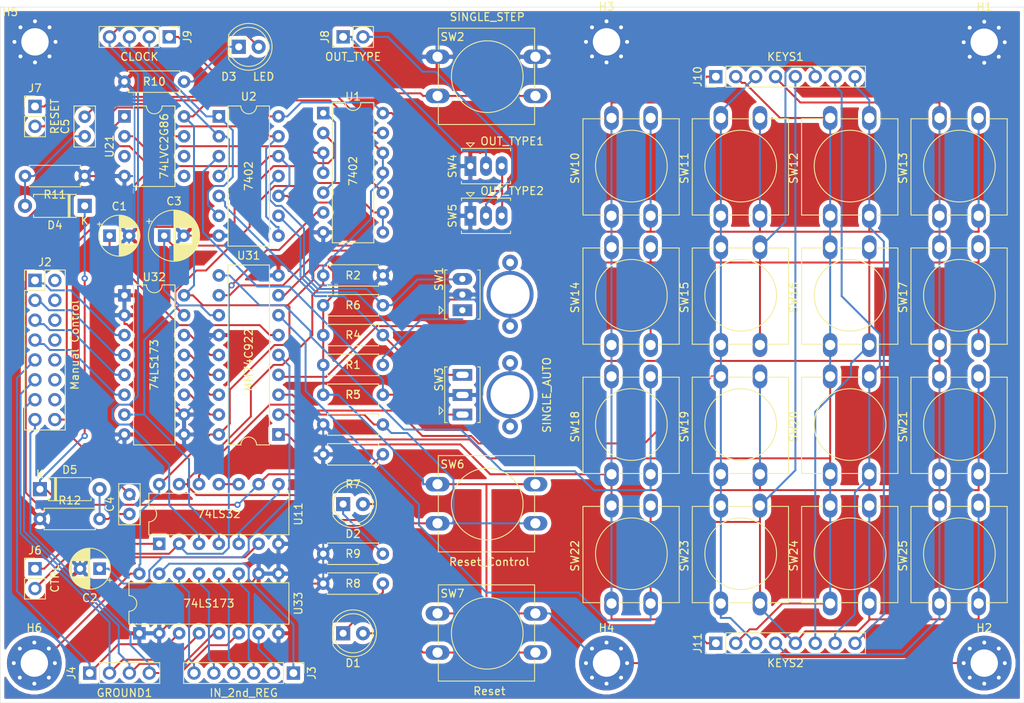
<source format=kicad_pcb>
(kicad_pcb (version 20171130) (host pcbnew "(5.1.4)-1")
  (layers (0 F.Cu signal) (31 B.Cu signal) (34 B.Paste user) (35 F.Paste user) (36 B.SilkS user) (37 F.SilkS user) (38 B.Mask user) (39 F.Mask user) (44 Edge.Cuts user))
  (net 0 "")
  (net 1 GND)
  (net 2 "Net-(C1-Pad1)")
  (net 3 "Net-(C2-Pad1)")
  (net 4 "Net-(C3-Pad1)")
  (net 5 VCC)
  (net 6 CONN9)
  (net 7 CONN8)
  (net 8 CONN7)
  (net 9 CONN6)
  (net 10 "Net-(J2-Pad3)")
  (net 11 "Net-(J3-Pad6)")
  (net 12 "Net-(J3-Pad5)")
  (net 13 "Net-(J3-Pad4)")
  (net 14 "Net-(J3-Pad3)")
  (net 15 "Net-(J3-Pad2)")
  (net 16 "Net-(J3-Pad1)")
  (net 17 "Net-(J6-Pad2)")
  (net 18 "Net-(J6-Pad1)")
  (net 19 "Net-(J7-Pad1)")
  (net 20 "Net-(J8-Pad2)")
  (net 21 "Net-(J8-Pad1)")
  (net 22 "Net-(J9-Pad3)")
  (net 23 "Net-(J9-Pad2)")
  (net 24 "Net-(J9-Pad1)")
  (net 25 "Net-(R1-Pad2)")
  (net 26 "Net-(R2-Pad2)")
  (net 27 "Net-(R3-Pad2)")
  (net 28 "Net-(R4-Pad2)")
  (net 29 "Net-(U1-Pad1)")
  (net 30 "Net-(U1-Pad3)")
  (net 31 "Net-(U1-Pad10)")
  (net 32 "Net-(U11-Pad5)")
  (net 33 "Net-(U11-Pad10)")
  (net 34 "Net-(U11-Pad1)")
  (net 35 "Net-(U31-Pad17)")
  (net 36 "Net-(U31-Pad16)")
  (net 37 "Net-(U31-Pad15)")
  (net 38 "Net-(U31-Pad14)")
  (net 39 "Net-(C4-Pad2)")
  (net 40 "Net-(C4-Pad1)")
  (net 41 "Net-(D1-Pad2)")
  (net 42 "Net-(D1-Pad1)")
  (net 43 "Net-(D2-Pad1)")
  (net 44 MAIN_HALT)
  (net 45 "Net-(D3-Pad1)")
  (net 46 "Net-(J2-Pad1)")
  (net 47 "Net-(J10-Pad8)")
  (net 48 "Net-(J10-Pad7)")
  (net 49 "Net-(J10-Pad6)")
  (net 50 "Net-(J10-Pad5)")
  (net 51 "Net-(J10-Pad4)")
  (net 52 "Net-(J10-Pad3)")
  (net 53 "Net-(J10-Pad2)")
  (net 54 "Net-(J10-Pad1)")
  (net 55 "Net-(J2-Pad7)")
  (net 56 "Net-(J2-Pad5)")
  (net 57 "Net-(C5-Pad2)")
  (net 58 "Net-(C5-Pad1)")
  (net 59 "Net-(D4-Pad1)")
  (net 60 "Net-(D2-Pad2)")
  (module 0_myfootprints:SW_SPDT_1P2T (layer F.Cu) (at 83.185 64.135 90)
    (fp_text reference SW1 (at 3.99 -2.99 90) (layer F.SilkS))
    (fp_text value RUN_HALT)
    (fp_line (start -1.27 6.096) (end -0.762 6.096) (layer B.Cu) (width 0.24))
    (fp_line (start -1.27 6.096) (end -0.762 6.096) (layer F.Cu) (width 0.24))
    (fp_line (start 4.826 6.096) (end 5.334 6.096) (layer B.Cu) (width 0.24))
    (fp_line (start 4.826 6.096) (end 5.334 6.096) (layer F.Cu) (width 0.24))
    (pad "" thru_hole circle (at 6.096 6.096 90) (size 2 2) (drill 1) (layers *.Cu *.Mask))
    (pad "" thru_hole circle (at -2.032 6.096 90) (size 2 2) (drill 1) (layers *.Cu *.Mask))
    (pad "" thru_hole circle (at 2.032 6.096 90) (size 6 6) (drill 5) (layers *.Cu *.Mask))
    (pad 3 thru_hole oval (at 4 0 90) (size 1.5 2.5) (drill 0.8) (layers *.Cu *.Mask) (net 26 "Net-(R2-Pad2)"))
    (pad 2 thru_hole oval (at 2 0 90) (size 1.5 2.5) (drill 0.8) (layers *.Cu *.Mask) (net 1 GND))
    (pad 1 thru_hole rect (at 0 0 90) (size 1.5 2.5) (drill 0.8) (layers *.Cu *.Mask) (net 25 "Net-(R1-Pad2)"))
  )
  (module 0_myfootprints:SW_SPDT_1P2T (layer F.Cu) (at 83.185 76.962 90)
    (fp_text reference SW3 (at 3.99 -2.99 90) (layer F.SilkS))
    (fp_text value SINGLE_AUTO (at 2 10.795 90) (layer F.SilkS))
    (fp_line (start -1.27 6.096) (end -0.762 6.096) (layer B.Cu) (width 0.24))
    (fp_line (start -1.27 6.096) (end -0.762 6.096) (layer F.Cu) (width 0.24))
    (fp_line (start 4.826 6.096) (end 5.334 6.096) (layer B.Cu) (width 0.24))
    (fp_line (start 4.826 6.096) (end 5.334 6.096) (layer F.Cu) (width 0.24))
    (pad "" thru_hole circle (at 6.096 6.096 90) (size 2 2) (drill 1) (layers *.Cu *.Mask))
    (pad "" thru_hole circle (at -2.032 6.096 90) (size 2 2) (drill 1) (layers *.Cu *.Mask))
    (pad "" thru_hole circle (at 2.032 6.096 90) (size 6 6) (drill 5) (layers *.Cu *.Mask))
    (pad 3 thru_hole rect (at 4.572 0 90) (size 1.5 2.5) (drill oval 0.8 1.6) (layers *.Cu *.Mask) (net 28 "Net-(R4-Pad2)"))
    (pad 2 thru_hole rect (at 2 0 90) (size 1.5 2.5) (drill oval 0.8 1.6) (layers *.Cu *.Mask) (net 1 GND))
    (pad 1 thru_hole rect (at -0.508 0 90) (size 1.5 2.5) (drill oval 0.8 1.6) (layers *.Cu *.Mask) (net 27 "Net-(R3-Pad2)"))
  )
  (module Resistor_THT:R_Axial_DIN0207_L6.3mm_D2.5mm_P7.62mm_Horizontal (layer F.Cu) (at 29.21 90.805)
    (fp_text reference R12 (at 3.81 -2.37) (layer F.SilkS))
    (fp_text value 1k)
    (pad 2 thru_hole oval (at 7.62 0) (size 1.6 1.6) (drill 0.8) (layers *.Cu *.Mask) (net 40 "Net-(C4-Pad1)"))
    (pad 1 thru_hole circle (at 0 0) (size 1.6 1.6) (drill 0.8) (layers *.Cu *.Mask) (net 1 GND))
  )
  (module Resistor_THT:R_Axial_DIN0207_L6.3mm_D2.5mm_P7.62mm_Horizontal (layer F.Cu) (at 34.925 46.99 180)
    (fp_text reference R11 (at 3.81 -2.37) (layer F.SilkS))
    (fp_text value 1k)
    (pad 2 thru_hole oval (at 7.62 0 180) (size 1.6 1.6) (drill 0.8) (layers *.Cu *.Mask) (net 58 "Net-(C5-Pad1)"))
    (pad 1 thru_hole circle (at 0 0 180) (size 1.6 1.6) (drill 0.8) (layers *.Cu *.Mask) (net 1 GND))
  )
  (module Diode_THT:D_A-405_P7.62mm_Horizontal (layer F.Cu) (at 29.21 86.995)
    (fp_text reference D5 (at 3.81 -2.47) (layer F.SilkS))
    (fp_text value D)
    (fp_text user K (at 0 -1.9) (layer F.SilkS))
    (pad 2 thru_hole oval (at 7.62 0) (size 1.8 1.8) (drill 0.9) (layers *.Cu *.Mask) (net 40 "Net-(C4-Pad1)"))
    (pad 1 thru_hole rect (at 0 0) (size 1.8 1.8) (drill 0.9) (layers *.Cu *.Mask) (net 59 "Net-(D4-Pad1)"))
  )
  (module Diode_THT:D_A-405_P7.62mm_Horizontal (layer F.Cu) (at 34.925 50.8 180)
    (fp_text reference D4 (at 3.81 -2.47) (layer F.SilkS))
    (fp_text value D)
    (fp_text user K (at 0 -1.9) (layer F.SilkS))
    (pad 2 thru_hole oval (at 7.62 0 180) (size 1.8 1.8) (drill 0.9) (layers *.Cu *.Mask) (net 58 "Net-(C5-Pad1)"))
    (pad 1 thru_hole rect (at 0 0 180) (size 1.8 1.8) (drill 0.9) (layers *.Cu *.Mask) (net 59 "Net-(D4-Pad1)"))
  )
  (module Capacitor_THT:C_Disc_D5.0mm_W2.5mm_P2.50mm (layer F.Cu) (at 34.925 41.91 90)
    (fp_text reference C5 (at 1.25 -2.5 90) (layer F.SilkS))
    (fp_text value 10n)
    (pad 2 thru_hole circle (at 2.5 0 90) (size 1.6 1.6) (drill 0.8) (layers *.Cu *.Mask) (net 57 "Net-(C5-Pad2)"))
    (pad 1 thru_hole circle (at 0 0 90) (size 1.6 1.6) (drill 0.8) (layers *.Cu *.Mask) (net 58 "Net-(C5-Pad1)"))
  )
  (module Capacitor_THT:C_Disc_D5.0mm_W2.5mm_P2.50mm (layer F.Cu) (at 40.64 90.17 90)
    (fp_text reference C4 (at 1.25 -2.5 90) (layer F.SilkS))
    (fp_text value 10n)
    (pad 2 thru_hole circle (at 2.5 0 90) (size 1.6 1.6) (drill 0.8) (layers *.Cu *.Mask) (net 39 "Net-(C4-Pad2)"))
    (pad 1 thru_hole circle (at 0 0 90) (size 1.6 1.6) (drill 0.8) (layers *.Cu *.Mask) (net 40 "Net-(C4-Pad1)"))
  )
  (module Connector_PinHeader_2.54mm:PinHeader_2x08_P2.54mm_Vertical (layer F.Cu) (at 28.575 60.325)
    (fp_text reference J2 (at 1.27 -2.33) (layer F.SilkS))
    (fp_text value "Manual Control" (at 5.08 8.255 90) (layer F.SilkS))
    (pad 16 thru_hole oval (at 2.54 17.78) (size 1.7 1.7) (drill 1) (layers *.Cu *.Mask) (net 39 "Net-(C4-Pad2)"))
    (pad 15 thru_hole oval (at 0 17.78) (size 1.7 1.7) (drill 1) (layers *.Cu *.Mask) (net 6 CONN9))
    (pad 14 thru_hole oval (at 2.54 15.24) (size 1.7 1.7) (drill 1) (layers *.Cu *.Mask))
    (pad 13 thru_hole oval (at 0 15.24) (size 1.7 1.7) (drill 1) (layers *.Cu *.Mask) (net 7 CONN8))
    (pad 12 thru_hole oval (at 2.54 12.7) (size 1.7 1.7) (drill 1) (layers *.Cu *.Mask))
    (pad 11 thru_hole oval (at 0 12.7) (size 1.7 1.7) (drill 1) (layers *.Cu *.Mask) (net 8 CONN7))
    (pad 10 thru_hole oval (at 2.54 10.16) (size 1.7 1.7) (drill 1) (layers *.Cu *.Mask))
    (pad 9 thru_hole oval (at 0 10.16) (size 1.7 1.7) (drill 1) (layers *.Cu *.Mask) (net 9 CONN6))
    (pad 8 thru_hole oval (at 2.54 7.62) (size 1.7 1.7) (drill 1) (layers *.Cu *.Mask))
    (pad 7 thru_hole oval (at 0 7.62) (size 1.7 1.7) (drill 1) (layers *.Cu *.Mask) (net 55 "Net-(J2-Pad7)"))
    (pad 6 thru_hole oval (at 2.54 5.08) (size 1.7 1.7) (drill 1) (layers *.Cu *.Mask))
    (pad 5 thru_hole oval (at 0 5.08) (size 1.7 1.7) (drill 1) (layers *.Cu *.Mask) (net 56 "Net-(J2-Pad5)"))
    (pad 4 thru_hole oval (at 2.54 2.54) (size 1.7 1.7) (drill 1) (layers *.Cu *.Mask))
    (pad 3 thru_hole oval (at 0 2.54) (size 1.7 1.7) (drill 1) (layers *.Cu *.Mask) (net 10 "Net-(J2-Pad3)"))
    (pad 2 thru_hole oval (at 2.54 0) (size 1.7 1.7) (drill 1) (layers *.Cu *.Mask))
    (pad 1 thru_hole rect (at 0 0) (size 1.7 1.7) (drill 1) (layers *.Cu *.Mask) (net 46 "Net-(J2-Pad1)"))
  )
  (module Connector_PinHeader_2.54mm:PinHeader_1x08_P2.54mm_Vertical (layer F.Cu) (at 115.57 106.68 90)
    (fp_text reference J11 (at 0 -2.33 90) (layer F.SilkS))
    (fp_text value KEYS2 (at -2.54 8.89 180) (layer F.SilkS))
    (pad 8 thru_hole oval (at 0 17.78 90) (size 1.7 1.7) (drill 1) (layers *.Cu *.Mask) (net 47 "Net-(J10-Pad8)"))
    (pad 7 thru_hole oval (at 0 15.24 90) (size 1.7 1.7) (drill 1) (layers *.Cu *.Mask) (net 48 "Net-(J10-Pad7)"))
    (pad 6 thru_hole oval (at 0 12.7 90) (size 1.7 1.7) (drill 1) (layers *.Cu *.Mask) (net 49 "Net-(J10-Pad6)"))
    (pad 5 thru_hole oval (at 0 10.16 90) (size 1.7 1.7) (drill 1) (layers *.Cu *.Mask) (net 50 "Net-(J10-Pad5)"))
    (pad 4 thru_hole oval (at 0 7.62 90) (size 1.7 1.7) (drill 1) (layers *.Cu *.Mask) (net 51 "Net-(J10-Pad4)"))
    (pad 3 thru_hole oval (at 0 5.08 90) (size 1.7 1.7) (drill 1) (layers *.Cu *.Mask) (net 52 "Net-(J10-Pad3)"))
    (pad 2 thru_hole oval (at 0 2.54 90) (size 1.7 1.7) (drill 1) (layers *.Cu *.Mask) (net 53 "Net-(J10-Pad2)"))
    (pad 1 thru_hole rect (at 0 0 90) (size 1.7 1.7) (drill 1) (layers *.Cu *.Mask) (net 54 "Net-(J10-Pad1)"))
  )
  (module Connector_PinHeader_2.54mm:PinHeader_1x08_P2.54mm_Vertical (layer F.Cu) (at 115.57 34.29 90)
    (fp_text reference J10 (at 0 -2.33 90) (layer F.SilkS))
    (fp_text value KEYS1 (at 2.54 8.89 180) (layer F.SilkS))
    (pad 8 thru_hole oval (at 0 17.78 90) (size 1.7 1.7) (drill 1) (layers *.Cu *.Mask) (net 47 "Net-(J10-Pad8)"))
    (pad 7 thru_hole oval (at 0 15.24 90) (size 1.7 1.7) (drill 1) (layers *.Cu *.Mask) (net 48 "Net-(J10-Pad7)"))
    (pad 6 thru_hole oval (at 0 12.7 90) (size 1.7 1.7) (drill 1) (layers *.Cu *.Mask) (net 49 "Net-(J10-Pad6)"))
    (pad 5 thru_hole oval (at 0 10.16 90) (size 1.7 1.7) (drill 1) (layers *.Cu *.Mask) (net 50 "Net-(J10-Pad5)"))
    (pad 4 thru_hole oval (at 0 7.62 90) (size 1.7 1.7) (drill 1) (layers *.Cu *.Mask) (net 51 "Net-(J10-Pad4)"))
    (pad 3 thru_hole oval (at 0 5.08 90) (size 1.7 1.7) (drill 1) (layers *.Cu *.Mask) (net 52 "Net-(J10-Pad3)"))
    (pad 2 thru_hole oval (at 0 2.54 90) (size 1.7 1.7) (drill 1) (layers *.Cu *.Mask) (net 53 "Net-(J10-Pad2)"))
    (pad 1 thru_hole rect (at 0 0 90) (size 1.7 1.7) (drill 1) (layers *.Cu *.Mask) (net 54 "Net-(J10-Pad1)"))
  )
  (module Resistor_THT:R_Axial_DIN0207_L6.3mm_D2.5mm_P7.62mm_Horizontal (layer F.Cu) (at 40.005 34.925)
    (fp_text reference R10 (at 3.81 0) (layer F.SilkS))
    (fp_text value 1k)
    (pad 2 thru_hole oval (at 7.62 0) (size 1.6 1.6) (drill 0.8) (layers *.Cu *.Mask) (net 45 "Net-(D3-Pad1)"))
    (pad 1 thru_hole circle (at 0 0) (size 1.6 1.6) (drill 0.8) (layers *.Cu *.Mask) (net 1 GND))
  )
  (module Resistor_THT:R_Axial_DIN0207_L6.3mm_D2.5mm_P7.62mm_Horizontal (layer F.Cu) (at 65.405 95.25)
    (fp_text reference R9 (at 3.81 0) (layer F.SilkS))
    (fp_text value 1k)
    (pad 2 thru_hole oval (at 7.62 0) (size 1.6 1.6) (drill 0.8) (layers *.Cu *.Mask) (net 43 "Net-(D2-Pad1)"))
    (pad 1 thru_hole circle (at 0 0) (size 1.6 1.6) (drill 0.8) (layers *.Cu *.Mask) (net 1 GND))
  )
  (module Resistor_THT:R_Axial_DIN0207_L6.3mm_D2.5mm_P7.62mm_Horizontal (layer F.Cu) (at 65.405 99.06)
    (fp_text reference R8 (at 3.81 0) (layer F.SilkS))
    (fp_text value 1k)
    (pad 2 thru_hole oval (at 7.62 0) (size 1.6 1.6) (drill 0.8) (layers *.Cu *.Mask) (net 42 "Net-(D1-Pad1)"))
    (pad 1 thru_hole circle (at 0 0) (size 1.6 1.6) (drill 0.8) (layers *.Cu *.Mask) (net 1 GND))
  )
  (module Connector_PinHeader_2.54mm:PinHeader_1x04_P2.54mm_Vertical (layer F.Cu) (at 45.72 29.21 270)
    (fp_text reference J9 (at 0 -2.33 90) (layer F.SilkS))
    (fp_text value CLOCK (at 2.54 3.81 180) (layer F.SilkS))
    (pad 4 thru_hole oval (at 0 7.62 270) (size 1.7 1.7) (drill 1) (layers *.Cu *.Mask) (net 44 MAIN_HALT))
    (pad 3 thru_hole oval (at 0 5.08 270) (size 1.7 1.7) (drill 1) (layers *.Cu *.Mask) (net 22 "Net-(J9-Pad3)"))
    (pad 2 thru_hole oval (at 0 2.54 270) (size 1.7 1.7) (drill 1) (layers *.Cu *.Mask) (net 23 "Net-(J9-Pad2)"))
    (pad 1 thru_hole rect (at 0 0 270) (size 1.7 1.7) (drill 1) (layers *.Cu *.Mask) (net 24 "Net-(J9-Pad1)"))
  )
  (module LED_THT:LED_D5.0mm (layer F.Cu) (at 54.61 30.48)
    (fp_text reference D3 (at -1.27 3.81) (layer F.SilkS))
    (fp_text value LED (at 3.175 3.81) (layer F.SilkS))
    (pad 2 thru_hole circle (at 2.54 0) (size 1.8 1.8) (drill 0.9) (layers *.Cu *.Mask) (net 44 MAIN_HALT))
    (pad 1 thru_hole rect (at 0 0) (size 1.8 1.8) (drill 0.9) (layers *.Cu *.Mask) (net 45 "Net-(D3-Pad1)"))
  )
  (module LED_THT:LED_D5.0mm (layer F.Cu) (at 67.945 88.9)
    (fp_text reference D2 (at 1.27 3.81) (layer F.SilkS))
    (fp_text value LED)
    (pad 1 thru_hole rect (at 0 0) (size 1.8 1.8) (drill 0.9) (layers *.Cu *.Mask) (net 43 "Net-(D2-Pad1)"))
    (pad 2 thru_hole circle (at 2.54 0) (size 1.8 1.8) (drill 0.9) (layers *.Cu *.Mask) (net 60 "Net-(D2-Pad2)"))
  )
  (module LED_THT:LED_D5.0mm (layer F.Cu) (at 67.945 105.41)
    (fp_text reference D1 (at 1.27 3.81) (layer F.SilkS))
    (fp_text value LED)
    (pad 1 thru_hole rect (at 0 0) (size 1.8 1.8) (drill 0.9) (layers *.Cu *.Mask) (net 42 "Net-(D1-Pad1)"))
    (pad 2 thru_hole circle (at 2.54 0) (size 1.8 1.8) (drill 0.9) (layers *.Cu *.Mask) (net 41 "Net-(D1-Pad2)"))
  )
  (module Resistor_THT:R_Axial_DIN0207_L6.3mm_D2.5mm_P7.62mm_Horizontal (layer F.Cu) (at 73.025 82.55 180)
    (fp_text reference R7 (at 3.81 -3.81) (layer F.SilkS))
    (fp_text value 10k)
    (pad 2 thru_hole oval (at 7.62 0 180) (size 1.6 1.6) (drill 0.8) (layers *.Cu *.Mask) (net 1 GND))
    (pad 1 thru_hole circle (at 0 0 180) (size 1.6 1.6) (drill 0.8) (layers *.Cu *.Mask) (net 59 "Net-(D4-Pad1)"))
  )
  (module Resistor_THT:R_Axial_DIN0207_L6.3mm_D2.5mm_P7.62mm_Horizontal (layer F.Cu) (at 73.025 59.69 180)
    (fp_text reference R6 (at 3.81 -3.81) (layer F.SilkS))
    (fp_text value 1k)
    (pad 2 thru_hole oval (at 7.62 0 180) (size 1.6 1.6) (drill 0.8) (layers *.Cu *.Mask) (net 41 "Net-(D1-Pad2)"))
    (pad 1 thru_hole circle (at 0 0 180) (size 1.6 1.6) (drill 0.8) (layers *.Cu *.Mask) (net 1 GND))
  )
  (module Resistor_THT:R_Axial_DIN0207_L6.3mm_D2.5mm_P7.62mm_Horizontal (layer F.Cu) (at 65.405 78.74)
    (fp_text reference R5 (at 3.81 -3.81) (layer F.SilkS))
    (fp_text value 1k)
    (pad 2 thru_hole oval (at 7.62 0) (size 1.6 1.6) (drill 0.8) (layers *.Cu *.Mask) (net 60 "Net-(D2-Pad2)"))
    (pad 1 thru_hole circle (at 0 0) (size 1.6 1.6) (drill 0.8) (layers *.Cu *.Mask) (net 1 GND))
  )
  (module Connector_PinHeader_2.54mm:PinHeader_1x06_P2.54mm_Vertical (layer F.Cu) (at 61.595 110.49 270)
    (fp_text reference J3 (at 0 -2.33 90) (layer F.SilkS))
    (fp_text value IN_2nd_REG (at 2.54 6.35 180) (layer F.SilkS))
    (pad 6 thru_hole oval (at 0 12.7 270) (size 1.7 1.7) (drill 1) (layers *.Cu *.Mask) (net 11 "Net-(J3-Pad6)"))
    (pad 5 thru_hole oval (at 0 10.16 270) (size 1.7 1.7) (drill 1) (layers *.Cu *.Mask) (net 12 "Net-(J3-Pad5)"))
    (pad 4 thru_hole oval (at 0 7.62 270) (size 1.7 1.7) (drill 1) (layers *.Cu *.Mask) (net 13 "Net-(J3-Pad4)"))
    (pad 3 thru_hole oval (at 0 5.08 270) (size 1.7 1.7) (drill 1) (layers *.Cu *.Mask) (net 14 "Net-(J3-Pad3)"))
    (pad 2 thru_hole oval (at 0 2.54 270) (size 1.7 1.7) (drill 1) (layers *.Cu *.Mask) (net 15 "Net-(J3-Pad2)"))
    (pad 1 thru_hole rect (at 0 0 270) (size 1.7 1.7) (drill 1) (layers *.Cu *.Mask) (net 16 "Net-(J3-Pad1)"))
  )
  (module Capacitor_THT:CP_Radial_D6.3mm_P2.50mm (layer F.Cu) (at 45.085 54.61)
    (fp_text reference C3 (at 1.25 -4.4) (layer F.SilkS))
    (fp_text value 1u)
    (pad 2 thru_hole circle (at 2.5 0) (size 1.6 1.6) (drill 0.8) (layers *.Cu *.Mask) (net 1 GND))
    (pad 1 thru_hole rect (at 0 0) (size 1.6 1.6) (drill 0.8) (layers *.Cu *.Mask) (net 4 "Net-(C3-Pad1)"))
  )
  (module Package_DIP:DIP-8_W7.62mm (layer F.Cu) (at 40.005 39.37)
    (fp_text reference U21 (at -1.905 3.81 90) (layer F.SilkS))
    (fp_text value 74LVC2G86 (at 5.08 3.81 90) (layer F.SilkS))
    (pad 8 thru_hole oval (at 7.62 0) (size 1.6 1.6) (drill 0.8) (layers *.Cu *.Mask) (net 5 VCC))
    (pad 4 thru_hole oval (at 0 7.62) (size 1.6 1.6) (drill 0.8) (layers *.Cu *.Mask) (net 1 GND))
    (pad 7 thru_hole oval (at 7.62 2.54) (size 1.6 1.6) (drill 0.8) (layers *.Cu *.Mask) (net 34 "Net-(U11-Pad1)"))
    (pad 3 thru_hole oval (at 0 5.08) (size 1.6 1.6) (drill 0.8) (layers *.Cu *.Mask))
    (pad 6 thru_hole oval (at 7.62 5.08) (size 1.6 1.6) (drill 0.8) (layers *.Cu *.Mask))
    (pad 2 thru_hole oval (at 0 2.54) (size 1.6 1.6) (drill 0.8) (layers *.Cu *.Mask) (net 30 "Net-(U1-Pad3)"))
    (pad 5 thru_hole oval (at 7.62 7.62) (size 1.6 1.6) (drill 0.8) (layers *.Cu *.Mask))
    (pad 1 thru_hole rect (at 0 0) (size 1.6 1.6) (drill 0.8) (layers *.Cu *.Mask) (net 39 "Net-(C4-Pad2)"))
  )
  (module Button_Switch_THT:SW_PUSH-12mm (layer F.Cu) (at 144.145 101.6 90)
    (fp_text reference SW25 (at 6.08 -4.66 90) (layer F.SilkS))
    (fp_text value 15)
    (pad 2 thru_hole oval (at 0 5 90) (size 3.048 1.85) (drill 1.3) (layers *.Cu *.Mask) (net 50 "Net-(J10-Pad5)"))
    (pad 1 thru_hole oval (at 0 0 90) (size 3.048 1.85) (drill 1.3) (layers *.Cu *.Mask) (net 51 "Net-(J10-Pad4)"))
    (pad 2 thru_hole oval (at 12.5 5 90) (size 3.048 1.85) (drill 1.3) (layers *.Cu *.Mask) (net 50 "Net-(J10-Pad5)"))
    (pad 1 thru_hole oval (at 12.5 0 90) (size 3.048 1.85) (drill 1.3) (layers *.Cu *.Mask) (net 51 "Net-(J10-Pad4)"))
  )
  (module Button_Switch_THT:SW_PUSH-12mm (layer F.Cu) (at 130.175 101.6 90)
    (fp_text reference SW24 (at 6.08 -4.66 90) (layer F.SilkS))
    (fp_text value 14)
    (pad 2 thru_hole oval (at 0 5 90) (size 3.048 1.85) (drill 1.3) (layers *.Cu *.Mask) (net 50 "Net-(J10-Pad5)"))
    (pad 1 thru_hole oval (at 0 0 90) (size 3.048 1.85) (drill 1.3) (layers *.Cu *.Mask) (net 53 "Net-(J10-Pad2)"))
    (pad 2 thru_hole oval (at 12.5 5 90) (size 3.048 1.85) (drill 1.3) (layers *.Cu *.Mask) (net 50 "Net-(J10-Pad5)"))
    (pad 1 thru_hole oval (at 12.5 0 90) (size 3.048 1.85) (drill 1.3) (layers *.Cu *.Mask) (net 53 "Net-(J10-Pad2)"))
  )
  (module Button_Switch_THT:SW_PUSH-12mm (layer F.Cu) (at 116.205 101.6 90)
    (fp_text reference SW23 (at 6.08 -4.66 90) (layer F.SilkS))
    (fp_text value 13)
    (pad 2 thru_hole oval (at 0 5 90) (size 3.048 1.85) (drill 1.3) (layers *.Cu *.Mask) (net 50 "Net-(J10-Pad5)"))
    (pad 1 thru_hole oval (at 0 0 90) (size 3.048 1.85) (drill 1.3) (layers *.Cu *.Mask) (net 52 "Net-(J10-Pad3)"))
    (pad 2 thru_hole oval (at 12.5 5 90) (size 3.048 1.85) (drill 1.3) (layers *.Cu *.Mask) (net 50 "Net-(J10-Pad5)"))
    (pad 1 thru_hole oval (at 12.5 0 90) (size 3.048 1.85) (drill 1.3) (layers *.Cu *.Mask) (net 52 "Net-(J10-Pad3)"))
  )
  (module Button_Switch_THT:SW_PUSH-12mm (layer F.Cu) (at 102.235 101.6 90)
    (fp_text reference SW22 (at 6.08 -4.66 90) (layer F.SilkS))
    (fp_text value 12)
    (pad 2 thru_hole oval (at 0 5 90) (size 3.048 1.85) (drill 1.3) (layers *.Cu *.Mask) (net 50 "Net-(J10-Pad5)"))
    (pad 1 thru_hole oval (at 0 0 90) (size 3.048 1.85) (drill 1.3) (layers *.Cu *.Mask) (net 54 "Net-(J10-Pad1)"))
    (pad 2 thru_hole oval (at 12.5 5 90) (size 3.048 1.85) (drill 1.3) (layers *.Cu *.Mask) (net 50 "Net-(J10-Pad5)"))
    (pad 1 thru_hole oval (at 12.5 0 90) (size 3.048 1.85) (drill 1.3) (layers *.Cu *.Mask) (net 54 "Net-(J10-Pad1)"))
  )
  (module Button_Switch_THT:SW_PUSH-12mm (layer F.Cu) (at 144.145 85.09 90)
    (fp_text reference SW21 (at 6.08 -4.66 90) (layer F.SilkS))
    (fp_text value 11)
    (pad 2 thru_hole oval (at 0 5 90) (size 3.048 1.85) (drill 1.3) (layers *.Cu *.Mask) (net 48 "Net-(J10-Pad7)"))
    (pad 1 thru_hole oval (at 0 0 90) (size 3.048 1.85) (drill 1.3) (layers *.Cu *.Mask) (net 51 "Net-(J10-Pad4)"))
    (pad 2 thru_hole oval (at 12.5 5 90) (size 3.048 1.85) (drill 1.3) (layers *.Cu *.Mask) (net 48 "Net-(J10-Pad7)"))
    (pad 1 thru_hole oval (at 12.5 0 90) (size 3.048 1.85) (drill 1.3) (layers *.Cu *.Mask) (net 51 "Net-(J10-Pad4)"))
  )
  (module Button_Switch_THT:SW_PUSH-12mm (layer F.Cu) (at 130.175 85.09 90)
    (fp_text reference SW20 (at 6.08 -4.66 90) (layer F.SilkS))
    (fp_text value 10)
    (pad 2 thru_hole oval (at 0 5 90) (size 3.048 1.85) (drill 1.3) (layers *.Cu *.Mask) (net 48 "Net-(J10-Pad7)"))
    (pad 1 thru_hole oval (at 0 0 90) (size 3.048 1.85) (drill 1.3) (layers *.Cu *.Mask) (net 53 "Net-(J10-Pad2)"))
    (pad 2 thru_hole oval (at 12.5 5 90) (size 3.048 1.85) (drill 1.3) (layers *.Cu *.Mask) (net 48 "Net-(J10-Pad7)"))
    (pad 1 thru_hole oval (at 12.5 0 90) (size 3.048 1.85) (drill 1.3) (layers *.Cu *.Mask) (net 53 "Net-(J10-Pad2)"))
  )
  (module Button_Switch_THT:SW_PUSH-12mm (layer F.Cu) (at 116.205 85.09 90)
    (fp_text reference SW19 (at 6.08 -4.66 90) (layer F.SilkS))
    (fp_text value 9)
    (pad 2 thru_hole oval (at 0 5 90) (size 3.048 1.85) (drill 1.3) (layers *.Cu *.Mask) (net 48 "Net-(J10-Pad7)"))
    (pad 1 thru_hole oval (at 0 0 90) (size 3.048 1.85) (drill 1.3) (layers *.Cu *.Mask) (net 52 "Net-(J10-Pad3)"))
    (pad 2 thru_hole oval (at 12.5 5 90) (size 3.048 1.85) (drill 1.3) (layers *.Cu *.Mask) (net 48 "Net-(J10-Pad7)"))
    (pad 1 thru_hole oval (at 12.5 0 90) (size 3.048 1.85) (drill 1.3) (layers *.Cu *.Mask) (net 52 "Net-(J10-Pad3)"))
  )
  (module Button_Switch_THT:SW_PUSH-12mm (layer F.Cu) (at 102.235 85.09 90)
    (fp_text reference SW18 (at 6.08 -4.66 90) (layer F.SilkS))
    (fp_text value 8)
    (pad 2 thru_hole oval (at 0 5 90) (size 3.048 1.85) (drill 1.3) (layers *.Cu *.Mask) (net 48 "Net-(J10-Pad7)"))
    (pad 1 thru_hole oval (at 0 0 90) (size 3.048 1.85) (drill 1.3) (layers *.Cu *.Mask) (net 54 "Net-(J10-Pad1)"))
    (pad 2 thru_hole oval (at 12.5 5 90) (size 3.048 1.85) (drill 1.3) (layers *.Cu *.Mask) (net 48 "Net-(J10-Pad7)"))
    (pad 1 thru_hole oval (at 12.5 0 90) (size 3.048 1.85) (drill 1.3) (layers *.Cu *.Mask) (net 54 "Net-(J10-Pad1)"))
  )
  (module Button_Switch_THT:SW_PUSH-12mm (layer F.Cu) (at 144.145 68.58 90)
    (fp_text reference SW17 (at 6.08 -4.66 90) (layer F.SilkS))
    (fp_text value 7)
    (pad 2 thru_hole oval (at 0 5 90) (size 3.048 1.85) (drill 1.3) (layers *.Cu *.Mask) (net 49 "Net-(J10-Pad6)"))
    (pad 1 thru_hole oval (at 0 0 90) (size 3.048 1.85) (drill 1.3) (layers *.Cu *.Mask) (net 51 "Net-(J10-Pad4)"))
    (pad 2 thru_hole oval (at 12.5 5 90) (size 3.048 1.85) (drill 1.3) (layers *.Cu *.Mask) (net 49 "Net-(J10-Pad6)"))
    (pad 1 thru_hole oval (at 12.5 0 90) (size 3.048 1.85) (drill 1.3) (layers *.Cu *.Mask) (net 51 "Net-(J10-Pad4)"))
  )
  (module Button_Switch_THT:SW_PUSH-12mm (layer F.Cu) (at 130.175 68.58 90)
    (fp_text reference SW16 (at 6.08 -4.66 90) (layer F.SilkS))
    (fp_text value 6)
    (pad 2 thru_hole oval (at 0 5 90) (size 3.048 1.85) (drill 1.3) (layers *.Cu *.Mask) (net 49 "Net-(J10-Pad6)"))
    (pad 1 thru_hole oval (at 0 0 90) (size 3.048 1.85) (drill 1.3) (layers *.Cu *.Mask) (net 53 "Net-(J10-Pad2)"))
    (pad 2 thru_hole oval (at 12.5 5 90) (size 3.048 1.85) (drill 1.3) (layers *.Cu *.Mask) (net 49 "Net-(J10-Pad6)"))
    (pad 1 thru_hole oval (at 12.5 0 90) (size 3.048 1.85) (drill 1.3) (layers *.Cu *.Mask) (net 53 "Net-(J10-Pad2)"))
  )
  (module Button_Switch_THT:SW_PUSH-12mm (layer F.Cu) (at 116.205 68.58 90)
    (fp_text reference SW15 (at 6.08 -4.66 90) (layer F.SilkS))
    (fp_text value 5)
    (pad 2 thru_hole oval (at 0 5 90) (size 3.048 1.85) (drill 1.3) (layers *.Cu *.Mask) (net 49 "Net-(J10-Pad6)"))
    (pad 1 thru_hole oval (at 0 0 90) (size 3.048 1.85) (drill 1.3) (layers *.Cu *.Mask) (net 52 "Net-(J10-Pad3)"))
    (pad 2 thru_hole oval (at 12.5 5 90) (size 3.048 1.85) (drill 1.3) (layers *.Cu *.Mask) (net 49 "Net-(J10-Pad6)"))
    (pad 1 thru_hole oval (at 12.5 0 90) (size 3.048 1.85) (drill 1.3) (layers *.Cu *.Mask) (net 52 "Net-(J10-Pad3)"))
  )
  (module Button_Switch_THT:SW_PUSH-12mm (layer F.Cu) (at 102.235 68.58 90)
    (fp_text reference SW14 (at 6.08 -4.66 90) (layer F.SilkS))
    (fp_text value 4)
    (pad 2 thru_hole oval (at 0 5 90) (size 3.048 1.85) (drill 1.3) (layers *.Cu *.Mask) (net 49 "Net-(J10-Pad6)"))
    (pad 1 thru_hole oval (at 0 0 90) (size 3.048 1.85) (drill 1.3) (layers *.Cu *.Mask) (net 54 "Net-(J10-Pad1)"))
    (pad 2 thru_hole oval (at 12.5 5 90) (size 3.048 1.85) (drill 1.3) (layers *.Cu *.Mask) (net 49 "Net-(J10-Pad6)"))
    (pad 1 thru_hole oval (at 12.5 0 90) (size 3.048 1.85) (drill 1.3) (layers *.Cu *.Mask) (net 54 "Net-(J10-Pad1)"))
  )
  (module Button_Switch_THT:SW_PUSH-12mm (layer F.Cu) (at 144.145 52.07 90)
    (fp_text reference SW13 (at 6.08 -4.66 90) (layer F.SilkS))
    (fp_text value 3)
    (pad 2 thru_hole oval (at 0 5 90) (size 3.048 1.85) (drill 1.3) (layers *.Cu *.Mask) (net 47 "Net-(J10-Pad8)"))
    (pad 1 thru_hole oval (at 0 0 90) (size 3.048 1.85) (drill 1.3) (layers *.Cu *.Mask) (net 51 "Net-(J10-Pad4)"))
    (pad 2 thru_hole oval (at 12.5 5 90) (size 3.048 1.85) (drill 1.3) (layers *.Cu *.Mask) (net 47 "Net-(J10-Pad8)"))
    (pad 1 thru_hole oval (at 12.5 0 90) (size 3.048 1.85) (drill 1.3) (layers *.Cu *.Mask) (net 51 "Net-(J10-Pad4)"))
  )
  (module Button_Switch_THT:SW_PUSH-12mm (layer F.Cu) (at 130.175 52.07 90)
    (fp_text reference SW12 (at 6.08 -4.66 90) (layer F.SilkS))
    (fp_text value 2)
    (pad 2 thru_hole oval (at 0 5 90) (size 3.048 1.85) (drill 1.3) (layers *.Cu *.Mask) (net 47 "Net-(J10-Pad8)"))
    (pad 1 thru_hole oval (at 0 0 90) (size 3.048 1.85) (drill 1.3) (layers *.Cu *.Mask) (net 53 "Net-(J10-Pad2)"))
    (pad 2 thru_hole oval (at 12.5 5 90) (size 3.048 1.85) (drill 1.3) (layers *.Cu *.Mask) (net 47 "Net-(J10-Pad8)"))
    (pad 1 thru_hole oval (at 12.5 0 90) (size 3.048 1.85) (drill 1.3) (layers *.Cu *.Mask) (net 53 "Net-(J10-Pad2)"))
  )
  (module Button_Switch_THT:SW_PUSH-12mm (layer F.Cu) (at 116.205 52.07 90)
    (fp_text reference SW11 (at 6.08 -4.66 90) (layer F.SilkS))
    (fp_text value 1)
    (pad 2 thru_hole oval (at 0 5 90) (size 3.048 1.85) (drill 1.3) (layers *.Cu *.Mask) (net 47 "Net-(J10-Pad8)"))
    (pad 1 thru_hole oval (at 0 0 90) (size 3.048 1.85) (drill 1.3) (layers *.Cu *.Mask) (net 52 "Net-(J10-Pad3)"))
    (pad 2 thru_hole oval (at 12.5 5 90) (size 3.048 1.85) (drill 1.3) (layers *.Cu *.Mask) (net 47 "Net-(J10-Pad8)"))
    (pad 1 thru_hole oval (at 12.5 0 90) (size 3.048 1.85) (drill 1.3) (layers *.Cu *.Mask) (net 52 "Net-(J10-Pad3)"))
  )
  (module Button_Switch_THT:SW_PUSH-12mm (layer F.Cu) (at 102.235 52.07 90)
    (fp_text reference SW10 (at 6.08 -4.66 90) (layer F.SilkS))
    (fp_text value 0)
    (pad 2 thru_hole oval (at 0 5 90) (size 3.048 1.85) (drill 1.3) (layers *.Cu *.Mask) (net 47 "Net-(J10-Pad8)"))
    (pad 1 thru_hole oval (at 0 0 90) (size 3.048 1.85) (drill 1.3) (layers *.Cu *.Mask) (net 54 "Net-(J10-Pad1)"))
    (pad 2 thru_hole oval (at 12.5 5 90) (size 3.048 1.85) (drill 1.3) (layers *.Cu *.Mask) (net 47 "Net-(J10-Pad8)"))
    (pad 1 thru_hole oval (at 12.5 0 90) (size 3.048 1.85) (drill 1.3) (layers *.Cu *.Mask) (net 54 "Net-(J10-Pad1)"))
  )
  (module Package_DIP:DIP-16_W7.62mm (layer F.Cu) (at 41.91 105.41 90)
    (fp_text reference U33 (at 3.81 20.32 90) (layer F.SilkS))
    (fp_text value 74LS173 (at 3.81 8.89 180) (layer F.SilkS))
    (pad 16 thru_hole oval (at 7.62 0 90) (size 1.6 1.6) (drill 0.8) (layers *.Cu *.Mask) (net 5 VCC))
    (pad 8 thru_hole oval (at 0 17.78 90) (size 1.6 1.6) (drill 0.8) (layers *.Cu *.Mask) (net 1 GND))
    (pad 15 thru_hole oval (at 7.62 2.54 90) (size 1.6 1.6) (drill 0.8) (layers *.Cu *.Mask) (net 16 "Net-(J3-Pad1)"))
    (pad 7 thru_hole oval (at 0 15.24 90) (size 1.6 1.6) (drill 0.8) (layers *.Cu *.Mask) (net 15 "Net-(J3-Pad2)"))
    (pad 14 thru_hole oval (at 7.62 5.08 90) (size 1.6 1.6) (drill 0.8) (layers *.Cu *.Mask) (net 11 "Net-(J3-Pad6)"))
    (pad 6 thru_hole oval (at 0 12.7 90) (size 1.6 1.6) (drill 0.8) (layers *.Cu *.Mask) (net 6 CONN9))
    (pad 13 thru_hole oval (at 7.62 7.62 90) (size 1.6 1.6) (drill 0.8) (layers *.Cu *.Mask) (net 12 "Net-(J3-Pad5)"))
    (pad 5 thru_hole oval (at 0 10.16 90) (size 1.6 1.6) (drill 0.8) (layers *.Cu *.Mask) (net 7 CONN8))
    (pad 12 thru_hole oval (at 7.62 10.16 90) (size 1.6 1.6) (drill 0.8) (layers *.Cu *.Mask) (net 13 "Net-(J3-Pad4)"))
    (pad 4 thru_hole oval (at 0 7.62 90) (size 1.6 1.6) (drill 0.8) (layers *.Cu *.Mask) (net 8 CONN7))
    (pad 11 thru_hole oval (at 7.62 12.7 90) (size 1.6 1.6) (drill 0.8) (layers *.Cu *.Mask) (net 14 "Net-(J3-Pad3)"))
    (pad 3 thru_hole oval (at 0 5.08 90) (size 1.6 1.6) (drill 0.8) (layers *.Cu *.Mask) (net 9 CONN6))
    (pad 10 thru_hole oval (at 7.62 15.24 90) (size 1.6 1.6) (drill 0.8) (layers *.Cu *.Mask) (net 1 GND))
    (pad 2 thru_hole oval (at 0 2.54 90) (size 1.6 1.6) (drill 0.8) (layers *.Cu *.Mask) (net 1 GND))
    (pad 9 thru_hole oval (at 7.62 17.78 90) (size 1.6 1.6) (drill 0.8) (layers *.Cu *.Mask) (net 1 GND))
    (pad 1 thru_hole rect (at 0 0 90) (size 1.6 1.6) (drill 0.8) (layers *.Cu *.Mask) (net 1 GND))
  )
  (module Package_DIP:DIP-16_W7.62mm (layer F.Cu) (at 40.005 62.23)
    (fp_text reference U32 (at 3.81 -2.33) (layer F.SilkS))
    (fp_text value 74LS173 (at 3.81 8.89 90) (layer F.SilkS))
    (pad 16 thru_hole oval (at 7.62 0) (size 1.6 1.6) (drill 0.8) (layers *.Cu *.Mask) (net 5 VCC))
    (pad 8 thru_hole oval (at 0 17.78) (size 1.6 1.6) (drill 0.8) (layers *.Cu *.Mask) (net 1 GND))
    (pad 15 thru_hole oval (at 7.62 2.54) (size 1.6 1.6) (drill 0.8) (layers *.Cu *.Mask) (net 31 "Net-(U1-Pad10)"))
    (pad 7 thru_hole oval (at 0 15.24) (size 1.6 1.6) (drill 0.8) (layers *.Cu *.Mask) (net 4 "Net-(C3-Pad1)"))
    (pad 14 thru_hole oval (at 7.62 5.08) (size 1.6 1.6) (drill 0.8) (layers *.Cu *.Mask) (net 38 "Net-(U31-Pad14)"))
    (pad 6 thru_hole oval (at 0 12.7) (size 1.6 1.6) (drill 0.8) (layers *.Cu *.Mask) (net 55 "Net-(J2-Pad7)"))
    (pad 13 thru_hole oval (at 7.62 7.62) (size 1.6 1.6) (drill 0.8) (layers *.Cu *.Mask) (net 37 "Net-(U31-Pad15)"))
    (pad 5 thru_hole oval (at 0 10.16) (size 1.6 1.6) (drill 0.8) (layers *.Cu *.Mask) (net 56 "Net-(J2-Pad5)"))
    (pad 12 thru_hole oval (at 7.62 10.16) (size 1.6 1.6) (drill 0.8) (layers *.Cu *.Mask) (net 36 "Net-(U31-Pad16)"))
    (pad 4 thru_hole oval (at 0 7.62) (size 1.6 1.6) (drill 0.8) (layers *.Cu *.Mask) (net 10 "Net-(J2-Pad3)"))
    (pad 11 thru_hole oval (at 7.62 12.7) (size 1.6 1.6) (drill 0.8) (layers *.Cu *.Mask) (net 35 "Net-(U31-Pad17)"))
    (pad 3 thru_hole oval (at 0 5.08) (size 1.6 1.6) (drill 0.8) (layers *.Cu *.Mask) (net 46 "Net-(J2-Pad1)"))
    (pad 10 thru_hole oval (at 7.62 15.24) (size 1.6 1.6) (drill 0.8) (layers *.Cu *.Mask) (net 1 GND))
    (pad 2 thru_hole oval (at 0 2.54) (size 1.6 1.6) (drill 0.8) (layers *.Cu *.Mask) (net 1 GND))
    (pad 9 thru_hole oval (at 7.62 17.78) (size 1.6 1.6) (drill 0.8) (layers *.Cu *.Mask) (net 1 GND))
    (pad 1 thru_hole rect (at 0 0) (size 1.6 1.6) (drill 0.8) (layers *.Cu *.Mask) (net 1 GND))
  )
  (module Package_DIP:DIP-18_W7.62mm (layer F.Cu) (at 59.69 80.01 180)
    (fp_text reference U31 (at 3.81 22.86) (layer F.SilkS))
    (fp_text value MM74C922 (at 3.81 9.525 90) (layer F.SilkS))
    (pad 18 thru_hole oval (at 7.62 0 180) (size 1.6 1.6) (drill 0.8) (layers *.Cu *.Mask) (net 5 VCC))
    (pad 9 thru_hole oval (at 0 20.32 180) (size 1.6 1.6) (drill 0.8) (layers *.Cu *.Mask) (net 1 GND))
    (pad 17 thru_hole oval (at 7.62 2.54 180) (size 1.6 1.6) (drill 0.8) (layers *.Cu *.Mask) (net 35 "Net-(U31-Pad17)"))
    (pad 8 thru_hole oval (at 0 17.78 180) (size 1.6 1.6) (drill 0.8) (layers *.Cu *.Mask) (net 49 "Net-(J10-Pad6)"))
    (pad 16 thru_hole oval (at 7.62 5.08 180) (size 1.6 1.6) (drill 0.8) (layers *.Cu *.Mask) (net 36 "Net-(U31-Pad16)"))
    (pad 7 thru_hole oval (at 0 15.24 180) (size 1.6 1.6) (drill 0.8) (layers *.Cu *.Mask) (net 50 "Net-(J10-Pad5)"))
    (pad 15 thru_hole oval (at 7.62 7.62 180) (size 1.6 1.6) (drill 0.8) (layers *.Cu *.Mask) (net 37 "Net-(U31-Pad15)"))
    (pad 6 thru_hole oval (at 0 12.7 180) (size 1.6 1.6) (drill 0.8) (layers *.Cu *.Mask) (net 2 "Net-(C1-Pad1)"))
    (pad 14 thru_hole oval (at 7.62 10.16 180) (size 1.6 1.6) (drill 0.8) (layers *.Cu *.Mask) (net 38 "Net-(U31-Pad14)"))
    (pad 5 thru_hole oval (at 0 10.16 180) (size 1.6 1.6) (drill 0.8) (layers *.Cu *.Mask) (net 3 "Net-(C2-Pad1)"))
    (pad 13 thru_hole oval (at 7.62 12.7 180) (size 1.6 1.6) (drill 0.8) (layers *.Cu *.Mask) (net 1 GND))
    (pad 4 thru_hole oval (at 0 7.62 180) (size 1.6 1.6) (drill 0.8) (layers *.Cu *.Mask) (net 51 "Net-(J10-Pad4)"))
    (pad 12 thru_hole oval (at 7.62 15.24 180) (size 1.6 1.6) (drill 0.8) (layers *.Cu *.Mask) (net 4 "Net-(C3-Pad1)"))
    (pad 3 thru_hole oval (at 0 5.08 180) (size 1.6 1.6) (drill 0.8) (layers *.Cu *.Mask) (net 52 "Net-(J10-Pad3)"))
    (pad 11 thru_hole oval (at 7.62 17.78 180) (size 1.6 1.6) (drill 0.8) (layers *.Cu *.Mask) (net 47 "Net-(J10-Pad8)"))
    (pad 2 thru_hole oval (at 0 2.54 180) (size 1.6 1.6) (drill 0.8) (layers *.Cu *.Mask) (net 53 "Net-(J10-Pad2)"))
    (pad 10 thru_hole oval (at 7.62 20.32 180) (size 1.6 1.6) (drill 0.8) (layers *.Cu *.Mask) (net 48 "Net-(J10-Pad7)"))
    (pad 1 thru_hole rect (at 0 0 180) (size 1.6 1.6) (drill 0.8) (layers *.Cu *.Mask) (net 54 "Net-(J10-Pad1)"))
  )
  (module Package_DIP:DIP-14_W7.62mm (layer F.Cu) (at 44.45 93.98 90)
    (fp_text reference U11 (at 3.81 17.78 90) (layer F.SilkS))
    (fp_text value 74LS32 (at 3.81 7.62 180) (layer F.SilkS))
    (pad 14 thru_hole oval (at 7.62 0 90) (size 1.6 1.6) (drill 0.8) (layers *.Cu *.Mask) (net 5 VCC))
    (pad 7 thru_hole oval (at 0 15.24 90) (size 1.6 1.6) (drill 0.8) (layers *.Cu *.Mask) (net 1 GND))
    (pad 13 thru_hole oval (at 7.62 2.54 90) (size 1.6 1.6) (drill 0.8) (layers *.Cu *.Mask) (net 41 "Net-(D1-Pad2)"))
    (pad 6 thru_hole oval (at 0 12.7 90) (size 1.6 1.6) (drill 0.8) (layers *.Cu *.Mask) (net 17 "Net-(J6-Pad2)"))
    (pad 12 thru_hole oval (at 7.62 5.08 90) (size 1.6 1.6) (drill 0.8) (layers *.Cu *.Mask) (net 60 "Net-(D2-Pad2)"))
    (pad 5 thru_hole oval (at 0 10.16 90) (size 1.6 1.6) (drill 0.8) (layers *.Cu *.Mask) (net 32 "Net-(U11-Pad5)"))
    (pad 11 thru_hole oval (at 7.62 7.62 90) (size 1.6 1.6) (drill 0.8) (layers *.Cu *.Mask) (net 33 "Net-(U11-Pad10)"))
    (pad 4 thru_hole oval (at 0 7.62 90) (size 1.6 1.6) (drill 0.8) (layers *.Cu *.Mask) (net 4 "Net-(C3-Pad1)"))
    (pad 10 thru_hole oval (at 7.62 10.16 90) (size 1.6 1.6) (drill 0.8) (layers *.Cu *.Mask) (net 33 "Net-(U11-Pad10)"))
    (pad 3 thru_hole oval (at 0 5.08 90) (size 1.6 1.6) (drill 0.8) (layers *.Cu *.Mask) (net 44 MAIN_HALT))
    (pad 9 thru_hole oval (at 7.62 12.7 90) (size 1.6 1.6) (drill 0.8) (layers *.Cu *.Mask) (net 59 "Net-(D4-Pad1)"))
    (pad 2 thru_hole oval (at 0 2.54 90) (size 1.6 1.6) (drill 0.8) (layers *.Cu *.Mask) (net 18 "Net-(J6-Pad1)"))
    (pad 8 thru_hole oval (at 7.62 15.24 90) (size 1.6 1.6) (drill 0.8) (layers *.Cu *.Mask) (net 32 "Net-(U11-Pad5)"))
    (pad 1 thru_hole rect (at 0 0 90) (size 1.6 1.6) (drill 0.8) (layers *.Cu *.Mask) (net 34 "Net-(U11-Pad1)"))
  )
  (module Package_DIP:DIP-14_W7.62mm (layer F.Cu) (at 52.07 39.37)
    (fp_text reference U2 (at 3.81 -2.54 180) (layer F.SilkS))
    (fp_text value 7402 (at 3.81 7.62 90) (layer F.SilkS))
    (pad 14 thru_hole oval (at 7.62 0) (size 1.6 1.6) (drill 0.8) (layers *.Cu *.Mask) (net 5 VCC))
    (pad 7 thru_hole oval (at 0 15.24) (size 1.6 1.6) (drill 0.8) (layers *.Cu *.Mask) (net 1 GND))
    (pad 13 thru_hole oval (at 7.62 2.54) (size 1.6 1.6) (drill 0.8) (layers *.Cu *.Mask) (net 57 "Net-(C5-Pad2)"))
    (pad 6 thru_hole oval (at 0 12.7) (size 1.6 1.6) (drill 0.8) (layers *.Cu *.Mask) (net 23 "Net-(J9-Pad2)"))
    (pad 12 thru_hole oval (at 7.62 5.08) (size 1.6 1.6) (drill 0.8) (layers *.Cu *.Mask) (net 39 "Net-(C4-Pad2)"))
    (pad 5 thru_hole oval (at 0 10.16) (size 1.6 1.6) (drill 0.8) (layers *.Cu *.Mask) (net 28 "Net-(R4-Pad2)"))
    (pad 11 thru_hole oval (at 7.62 7.62) (size 1.6 1.6) (drill 0.8) (layers *.Cu *.Mask) (net 26 "Net-(R2-Pad2)"))
    (pad 4 thru_hole oval (at 0 7.62) (size 1.6 1.6) (drill 0.8) (layers *.Cu *.Mask) (net 22 "Net-(J9-Pad3)"))
    (pad 10 thru_hole oval (at 7.62 10.16) (size 1.6 1.6) (drill 0.8) (layers *.Cu *.Mask) (net 39 "Net-(C4-Pad2)"))
    (pad 3 thru_hole oval (at 0 5.08) (size 1.6 1.6) (drill 0.8) (layers *.Cu *.Mask) (net 27 "Net-(R3-Pad2)"))
    (pad 9 thru_hole oval (at 7.62 12.7) (size 1.6 1.6) (drill 0.8) (layers *.Cu *.Mask) (net 25 "Net-(R1-Pad2)"))
    (pad 2 thru_hole oval (at 0 2.54) (size 1.6 1.6) (drill 0.8) (layers *.Cu *.Mask) (net 22 "Net-(J9-Pad3)"))
    (pad 8 thru_hole oval (at 7.62 15.24) (size 1.6 1.6) (drill 0.8) (layers *.Cu *.Mask) (net 57 "Net-(C5-Pad2)"))
    (pad 1 thru_hole rect (at 0 0) (size 1.6 1.6) (drill 0.8) (layers *.Cu *.Mask) (net 23 "Net-(J9-Pad2)"))
  )
  (module Package_DIP:DIP-14_W7.62mm (layer F.Cu) (at 65.405 38.945)
    (fp_text reference U1 (at 3.81 -2.115 180) (layer F.SilkS))
    (fp_text value 7402 (at 3.81 7.41 90) (layer F.SilkS))
    (pad 14 thru_hole oval (at 7.62 0) (size 1.6 1.6) (drill 0.8) (layers *.Cu *.Mask) (net 5 VCC))
    (pad 7 thru_hole oval (at 0 15.24) (size 1.6 1.6) (drill 0.8) (layers *.Cu *.Mask) (net 1 GND))
    (pad 13 thru_hole oval (at 7.62 2.54) (size 1.6 1.6) (drill 0.8) (layers *.Cu *.Mask) (net 19 "Net-(J7-Pad1)"))
    (pad 6 thru_hole oval (at 0 12.7) (size 1.6 1.6) (drill 0.8) (layers *.Cu *.Mask) (net 18 "Net-(J6-Pad1)"))
    (pad 12 thru_hole oval (at 7.62 5.08) (size 1.6 1.6) (drill 0.8) (layers *.Cu *.Mask) (net 41 "Net-(D1-Pad2)"))
    (pad 5 thru_hole oval (at 0 10.16) (size 1.6 1.6) (drill 0.8) (layers *.Cu *.Mask) (net 29 "Net-(U1-Pad1)"))
    (pad 11 thru_hole oval (at 7.62 7.62) (size 1.6 1.6) (drill 0.8) (layers *.Cu *.Mask) (net 41 "Net-(D1-Pad2)"))
    (pad 4 thru_hole oval (at 0 7.62) (size 1.6 1.6) (drill 0.8) (layers *.Cu *.Mask) (net 30 "Net-(U1-Pad3)"))
    (pad 10 thru_hole oval (at 7.62 10.16) (size 1.6 1.6) (drill 0.8) (layers *.Cu *.Mask) (net 31 "Net-(U1-Pad10)"))
    (pad 3 thru_hole oval (at 0 5.08) (size 1.6 1.6) (drill 0.8) (layers *.Cu *.Mask) (net 30 "Net-(U1-Pad3)"))
    (pad 9 thru_hole oval (at 7.62 12.7) (size 1.6 1.6) (drill 0.8) (layers *.Cu *.Mask) (net 39 "Net-(C4-Pad2)"))
    (pad 2 thru_hole oval (at 0 2.54) (size 1.6 1.6) (drill 0.8) (layers *.Cu *.Mask) (net 4 "Net-(C3-Pad1)"))
    (pad 8 thru_hole oval (at 7.62 15.24) (size 1.6 1.6) (drill 0.8) (layers *.Cu *.Mask) (net 39 "Net-(C4-Pad2)"))
    (pad 1 thru_hole rect (at 0 0) (size 1.6 1.6) (drill 0.8) (layers *.Cu *.Mask) (net 29 "Net-(U1-Pad1)"))
  )
  (module Button_Switch_THT:SW_PUSH-12mm (layer F.Cu) (at 80.01 102.87)
    (fp_text reference SW7 (at 1.905 -2.54) (layer F.SilkS))
    (fp_text value Reset (at 6.62 9.93) (layer F.SilkS))
    (pad 2 thru_hole oval (at 0 5) (size 3.048 1.85) (drill 1.3) (layers *.Cu *.Mask) (net 41 "Net-(D1-Pad2)"))
    (pad 1 thru_hole oval (at 0 0) (size 3.048 1.85) (drill 1.3) (layers *.Cu *.Mask) (net 5 VCC))
    (pad 2 thru_hole oval (at 12.5 5) (size 3.048 1.85) (drill 1.3) (layers *.Cu *.Mask) (net 41 "Net-(D1-Pad2)"))
    (pad 1 thru_hole oval (at 12.5 0) (size 3.048 1.85) (drill 1.3) (layers *.Cu *.Mask) (net 5 VCC))
  )
  (module Button_Switch_THT:SW_PUSH-12mm (layer F.Cu) (at 80.01 86.36)
    (fp_text reference SW6 (at 1.905 -2.54) (layer F.SilkS))
    (fp_text value Reset_Control (at 6.62 9.93) (layer F.SilkS))
    (pad 2 thru_hole oval (at 0 5) (size 3.048 1.85) (drill 1.3) (layers *.Cu *.Mask) (net 60 "Net-(D2-Pad2)"))
    (pad 1 thru_hole oval (at 0 0) (size 3.048 1.85) (drill 1.3) (layers *.Cu *.Mask) (net 5 VCC))
    (pad 2 thru_hole oval (at 12.5 5) (size 3.048 1.85) (drill 1.3) (layers *.Cu *.Mask) (net 60 "Net-(D2-Pad2)"))
    (pad 1 thru_hole oval (at 12.5 0) (size 3.048 1.85) (drill 1.3) (layers *.Cu *.Mask) (net 5 VCC))
  )
  (module 0_myfootprints:SW_Slide_1P2T (layer F.Cu) (at 84.201 52.07)
    (fp_text reference SW5 (at -2.286 0 90) (layer F.SilkS))
    (fp_text value OUT_TYPE2 (at 5.334 -3.175) (layer F.SilkS))
    (pad 1 thru_hole rect (at 0 0) (size 1.5 2.5) (drill 0.8) (layers *.Cu *.Mask) (net 1 GND))
    (pad 2 thru_hole oval (at 2 0) (size 1.5 2.5) (drill 0.8) (layers *.Cu *.Mask) (net 20 "Net-(J8-Pad2)"))
    (pad 3 thru_hole oval (at 4 0) (size 1.5 2.5) (drill 0.8) (layers *.Cu *.Mask) (net 5 VCC))
  )
  (module 0_myfootprints:SW_Slide_1P2T (layer F.Cu) (at 84.201 45.72)
    (fp_text reference SW4 (at -2.286 0 270) (layer F.SilkS))
    (fp_text value OUT_TYPE1 (at 5.334 -3.175 180) (layer F.SilkS))
    (pad 1 thru_hole rect (at 0 0) (size 1.5 2.5) (drill 0.8) (layers *.Cu *.Mask) (net 1 GND))
    (pad 2 thru_hole oval (at 2 0) (size 1.5 2.5) (drill 0.8) (layers *.Cu *.Mask) (net 21 "Net-(J8-Pad1)"))
    (pad 3 thru_hole oval (at 4 0) (size 1.5 2.5) (drill 0.8) (layers *.Cu *.Mask) (net 5 VCC))
  )
  (module Button_Switch_THT:SW_PUSH-12mm (layer F.Cu) (at 80.01 31.75)
    (fp_text reference SW2 (at 1.905 -2.54) (layer F.SilkS))
    (fp_text value SINGLE_STEP (at 6.35 -5.08) (layer F.SilkS))
    (pad 2 thru_hole oval (at 0 5) (size 3.048 1.85) (drill 1.3) (layers *.Cu *.Mask) (net 24 "Net-(J9-Pad1)"))
    (pad 1 thru_hole oval (at 0 0) (size 3.048 1.85) (drill 1.3) (layers *.Cu *.Mask) (net 1 GND))
    (pad 2 thru_hole oval (at 12.5 5) (size 3.048 1.85) (drill 1.3) (layers *.Cu *.Mask) (net 24 "Net-(J9-Pad1)"))
    (pad 1 thru_hole oval (at 12.5 0) (size 3.048 1.85) (drill 1.3) (layers *.Cu *.Mask) (net 1 GND))
  )
  (module Resistor_THT:R_Axial_DIN0207_L6.3mm_D2.5mm_P7.62mm_Horizontal (layer F.Cu) (at 65.405 67.31)
    (fp_text reference R4 (at 3.81 0) (layer F.SilkS))
    (fp_text value 10k)
    (pad 2 thru_hole oval (at 7.62 0) (size 1.6 1.6) (drill 0.8) (layers *.Cu *.Mask) (net 28 "Net-(R4-Pad2)"))
    (pad 1 thru_hole circle (at 0 0) (size 1.6 1.6) (drill 0.8) (layers *.Cu *.Mask) (net 5 VCC))
  )
  (module Resistor_THT:R_Axial_DIN0207_L6.3mm_D2.5mm_P7.62mm_Horizontal (layer F.Cu) (at 65.405 74.93)
    (fp_text reference R3 (at 3.81 0) (layer F.SilkS))
    (fp_text value 10k)
    (pad 2 thru_hole oval (at 7.62 0) (size 1.6 1.6) (drill 0.8) (layers *.Cu *.Mask) (net 27 "Net-(R3-Pad2)"))
    (pad 1 thru_hole circle (at 0 0) (size 1.6 1.6) (drill 0.8) (layers *.Cu *.Mask) (net 5 VCC))
  )
  (module Resistor_THT:R_Axial_DIN0207_L6.3mm_D2.5mm_P7.62mm_Horizontal (layer F.Cu) (at 65.405 63.5)
    (fp_text reference R2 (at 3.81 -3.81) (layer F.SilkS))
    (fp_text value 10k)
    (pad 2 thru_hole oval (at 7.62 0) (size 1.6 1.6) (drill 0.8) (layers *.Cu *.Mask) (net 26 "Net-(R2-Pad2)"))
    (pad 1 thru_hole circle (at 0 0) (size 1.6 1.6) (drill 0.8) (layers *.Cu *.Mask) (net 5 VCC))
  )
  (module Resistor_THT:R_Axial_DIN0207_L6.3mm_D2.5mm_P7.62mm_Horizontal (layer F.Cu) (at 65.405 71.12)
    (fp_text reference R1 (at 3.81 0) (layer F.SilkS))
    (fp_text value 10k)
    (pad 2 thru_hole oval (at 7.62 0) (size 1.6 1.6) (drill 0.8) (layers *.Cu *.Mask) (net 25 "Net-(R1-Pad2)"))
    (pad 1 thru_hole circle (at 0 0) (size 1.6 1.6) (drill 0.8) (layers *.Cu *.Mask) (net 5 VCC))
  )
  (module Connector_PinHeader_2.54mm:PinHeader_1x02_P2.54mm_Vertical (layer F.Cu) (at 67.945 29.21 90)
    (fp_text reference J8 (at 0 -2.33 90) (layer F.SilkS))
    (fp_text value OUT_TYPE (at -2.54 1.27 180) (layer F.SilkS))
    (pad 2 thru_hole oval (at 0 2.54 90) (size 1.7 1.7) (drill 1) (layers *.Cu *.Mask) (net 20 "Net-(J8-Pad2)"))
    (pad 1 thru_hole rect (at 0 0 90) (size 1.7 1.7) (drill 1) (layers *.Cu *.Mask) (net 21 "Net-(J8-Pad1)"))
  )
  (module Connector_PinHeader_2.54mm:PinHeader_1x02_P2.54mm_Vertical (layer F.Cu) (at 28.575 38.1)
    (fp_text reference J7 (at 0 -2.33) (layer F.SilkS))
    (fp_text value RESET (at 2.54 1.27 90) (layer F.SilkS))
    (pad 2 thru_hole oval (at 0 2.54) (size 1.7 1.7) (drill 1) (layers *.Cu *.Mask) (net 41 "Net-(D1-Pad2)"))
    (pad 1 thru_hole rect (at 0 0) (size 1.7 1.7) (drill 1) (layers *.Cu *.Mask) (net 19 "Net-(J7-Pad1)"))
  )
  (module Connector_PinHeader_2.54mm:PinHeader_1x02_P2.54mm_Vertical (layer F.Cu) (at 28.575 97.155)
    (fp_text reference J6 (at 0 -2.33) (layer F.SilkS))
    (fp_text value CTRL (at 2.54 1.27 90) (layer F.SilkS))
    (pad 2 thru_hole oval (at 0 2.54) (size 1.7 1.7) (drill 1) (layers *.Cu *.Mask) (net 17 "Net-(J6-Pad2)"))
    (pad 1 thru_hole rect (at 0 0) (size 1.7 1.7) (drill 1) (layers *.Cu *.Mask) (net 18 "Net-(J6-Pad1)"))
  )
  (module Connector_PinHeader_2.54mm:PinHeader_1x04_P2.54mm_Vertical (layer F.Cu) (at 35.56 110.49 90)
    (fp_text reference J4 (at 0 -2.33 90) (layer F.SilkS))
    (fp_text value GROUND1 (at -2.54 4.445 180) (layer F.SilkS))
    (pad 4 thru_hole oval (at 0 7.62 90) (size 1.7 1.7) (drill 1) (layers *.Cu *.Mask) (net 6 CONN9))
    (pad 3 thru_hole oval (at 0 5.08 90) (size 1.7 1.7) (drill 1) (layers *.Cu *.Mask) (net 7 CONN8))
    (pad 2 thru_hole oval (at 0 2.54 90) (size 1.7 1.7) (drill 1) (layers *.Cu *.Mask) (net 8 CONN7))
    (pad 1 thru_hole rect (at 0 0 90) (size 1.7 1.7) (drill 1) (layers *.Cu *.Mask) (net 9 CONN6))
  )
  (module MountingHole:MountingHole_3.5mm_Pad_Via (layer F.Cu) (at 28.49 109.22)
    (fp_text reference H6 (at 0 -4.5) (layer F.SilkS))
    (fp_text value MountingHole_Pad)
    (pad 1 thru_hole circle (at 1.856155 -1.856155) (size 0.8 0.8) (drill 0.5) (layers *.Cu *.Mask) (net 5 VCC))
    (pad 1 thru_hole circle (at 0 -2.625) (size 0.8 0.8) (drill 0.5) (layers *.Cu *.Mask) (net 5 VCC))
    (pad 1 thru_hole circle (at -1.856155 -1.856155) (size 0.8 0.8) (drill 0.5) (layers *.Cu *.Mask) (net 5 VCC))
    (pad 1 thru_hole circle (at -2.625 0) (size 0.8 0.8) (drill 0.5) (layers *.Cu *.Mask) (net 5 VCC))
    (pad 1 thru_hole circle (at -1.856155 1.856155) (size 0.8 0.8) (drill 0.5) (layers *.Cu *.Mask) (net 5 VCC))
    (pad 1 thru_hole circle (at 0 2.625) (size 0.8 0.8) (drill 0.5) (layers *.Cu *.Mask) (net 5 VCC))
    (pad 1 thru_hole circle (at 1.856155 1.856155) (size 0.8 0.8) (drill 0.5) (layers *.Cu *.Mask) (net 5 VCC))
    (pad 1 thru_hole circle (at 2.625 0) (size 0.8 0.8) (drill 0.5) (layers *.Cu *.Mask) (net 5 VCC))
    (pad 1 thru_hole circle (at 0 0) (size 7 7) (drill 3.5) (layers *.Cu *.Mask) (net 5 VCC))
  )
  (module MountingHole:MountingHole_3.5mm_Pad_Via (layer F.Cu) (at 28.575 29.845)
    (fp_text reference H5 (at -3.175 -3.81) (layer F.SilkS))
    (fp_text value MountingHole_Pad)
    (pad 1 thru_hole circle (at 1.856155 -1.856155) (size 0.8 0.8) (drill 0.5) (layers *.Cu *.Mask) (net 1 GND))
    (pad 1 thru_hole circle (at 0 -2.625) (size 0.8 0.8) (drill 0.5) (layers *.Cu *.Mask) (net 1 GND))
    (pad 1 thru_hole circle (at -1.856155 -1.856155) (size 0.8 0.8) (drill 0.5) (layers *.Cu *.Mask) (net 1 GND))
    (pad 1 thru_hole circle (at -2.625 0) (size 0.8 0.8) (drill 0.5) (layers *.Cu *.Mask) (net 1 GND))
    (pad 1 thru_hole circle (at -1.856155 1.856155) (size 0.8 0.8) (drill 0.5) (layers *.Cu *.Mask) (net 1 GND))
    (pad 1 thru_hole circle (at 0 2.625) (size 0.8 0.8) (drill 0.5) (layers *.Cu *.Mask) (net 1 GND))
    (pad 1 thru_hole circle (at 1.856155 1.856155) (size 0.8 0.8) (drill 0.5) (layers *.Cu *.Mask) (net 1 GND))
    (pad 1 thru_hole circle (at 2.625 0) (size 0.8 0.8) (drill 0.5) (layers *.Cu *.Mask) (net 1 GND))
    (pad 1 thru_hole circle (at 0 0) (size 7 7) (drill 3.5) (layers *.Cu *.Mask) (net 1 GND))
  )
  (module MountingHole:MountingHole_3.5mm_Pad_Via (layer F.Cu) (at 101.6 109.22)
    (fp_text reference H4 (at 0 -4.5) (layer F.SilkS))
    (fp_text value MountingHole_Pad)
    (pad 1 thru_hole circle (at 1.856155 -1.856155) (size 0.8 0.8) (drill 0.5) (layers *.Cu *.Mask) (net 5 VCC))
    (pad 1 thru_hole circle (at 0 -2.625) (size 0.8 0.8) (drill 0.5) (layers *.Cu *.Mask) (net 5 VCC))
    (pad 1 thru_hole circle (at -1.856155 -1.856155) (size 0.8 0.8) (drill 0.5) (layers *.Cu *.Mask) (net 5 VCC))
    (pad 1 thru_hole circle (at -2.625 0) (size 0.8 0.8) (drill 0.5) (layers *.Cu *.Mask) (net 5 VCC))
    (pad 1 thru_hole circle (at -1.856155 1.856155) (size 0.8 0.8) (drill 0.5) (layers *.Cu *.Mask) (net 5 VCC))
    (pad 1 thru_hole circle (at 0 2.625) (size 0.8 0.8) (drill 0.5) (layers *.Cu *.Mask) (net 5 VCC))
    (pad 1 thru_hole circle (at 1.856155 1.856155) (size 0.8 0.8) (drill 0.5) (layers *.Cu *.Mask) (net 5 VCC))
    (pad 1 thru_hole circle (at 2.625 0) (size 0.8 0.8) (drill 0.5) (layers *.Cu *.Mask) (net 5 VCC))
    (pad 1 thru_hole circle (at 0 0) (size 7 7) (drill 3.5) (layers *.Cu *.Mask) (net 5 VCC))
  )
  (module MountingHole:MountingHole_3.5mm_Pad_Via (layer F.Cu) (at 101.6 29.845)
    (fp_text reference H3 (at 0 -4.5) (layer F.SilkS))
    (fp_text value MountingHole_Pad)
    (pad 1 thru_hole circle (at 1.856155 -1.856155) (size 0.8 0.8) (drill 0.5) (layers *.Cu *.Mask) (net 1 GND))
    (pad 1 thru_hole circle (at 0 -2.625) (size 0.8 0.8) (drill 0.5) (layers *.Cu *.Mask) (net 1 GND))
    (pad 1 thru_hole circle (at -1.856155 -1.856155) (size 0.8 0.8) (drill 0.5) (layers *.Cu *.Mask) (net 1 GND))
    (pad 1 thru_hole circle (at -2.625 0) (size 0.8 0.8) (drill 0.5) (layers *.Cu *.Mask) (net 1 GND))
    (pad 1 thru_hole circle (at -1.856155 1.856155) (size 0.8 0.8) (drill 0.5) (layers *.Cu *.Mask) (net 1 GND))
    (pad 1 thru_hole circle (at 0 2.625) (size 0.8 0.8) (drill 0.5) (layers *.Cu *.Mask) (net 1 GND))
    (pad 1 thru_hole circle (at 1.856155 1.856155) (size 0.8 0.8) (drill 0.5) (layers *.Cu *.Mask) (net 1 GND))
    (pad 1 thru_hole circle (at 2.625 0) (size 0.8 0.8) (drill 0.5) (layers *.Cu *.Mask) (net 1 GND))
    (pad 1 thru_hole circle (at 0 0) (size 7 7) (drill 3.5) (layers *.Cu *.Mask) (net 1 GND))
  )
  (module MountingHole:MountingHole_3.5mm_Pad_Via (layer F.Cu) (at 149.86 109.22)
    (fp_text reference H2 (at 0 -4.5) (layer F.SilkS))
    (fp_text value MountingHole_Pad)
    (pad 1 thru_hole circle (at 1.856155 -1.856155) (size 0.8 0.8) (drill 0.5) (layers *.Cu *.Mask) (net 5 VCC))
    (pad 1 thru_hole circle (at 0 -2.625) (size 0.8 0.8) (drill 0.5) (layers *.Cu *.Mask) (net 5 VCC))
    (pad 1 thru_hole circle (at -1.856155 -1.856155) (size 0.8 0.8) (drill 0.5) (layers *.Cu *.Mask) (net 5 VCC))
    (pad 1 thru_hole circle (at -2.625 0) (size 0.8 0.8) (drill 0.5) (layers *.Cu *.Mask) (net 5 VCC))
    (pad 1 thru_hole circle (at -1.856155 1.856155) (size 0.8 0.8) (drill 0.5) (layers *.Cu *.Mask) (net 5 VCC))
    (pad 1 thru_hole circle (at 0 2.625) (size 0.8 0.8) (drill 0.5) (layers *.Cu *.Mask) (net 5 VCC))
    (pad 1 thru_hole circle (at 1.856155 1.856155) (size 0.8 0.8) (drill 0.5) (layers *.Cu *.Mask) (net 5 VCC))
    (pad 1 thru_hole circle (at 2.625 0) (size 0.8 0.8) (drill 0.5) (layers *.Cu *.Mask) (net 5 VCC))
    (pad 1 thru_hole circle (at 0 0) (size 7 7) (drill 3.5) (layers *.Cu *.Mask) (net 5 VCC))
  )
  (module MountingHole:MountingHole_3.5mm_Pad_Via (layer F.Cu) (at 149.86 29.8938)
    (fp_text reference H1 (at 0 -4.5) (layer F.SilkS))
    (fp_text value MountingHole_Pad)
    (pad 1 thru_hole circle (at 1.856155 -1.856155) (size 0.8 0.8) (drill 0.5) (layers *.Cu *.Mask) (net 1 GND))
    (pad 1 thru_hole circle (at 0 -2.625) (size 0.8 0.8) (drill 0.5) (layers *.Cu *.Mask) (net 1 GND))
    (pad 1 thru_hole circle (at -1.856155 -1.856155) (size 0.8 0.8) (drill 0.5) (layers *.Cu *.Mask) (net 1 GND))
    (pad 1 thru_hole circle (at -2.625 0) (size 0.8 0.8) (drill 0.5) (layers *.Cu *.Mask) (net 1 GND))
    (pad 1 thru_hole circle (at -1.856155 1.856155) (size 0.8 0.8) (drill 0.5) (layers *.Cu *.Mask) (net 1 GND))
    (pad 1 thru_hole circle (at 0 2.625) (size 0.8 0.8) (drill 0.5) (layers *.Cu *.Mask) (net 1 GND))
    (pad 1 thru_hole circle (at 1.856155 1.856155) (size 0.8 0.8) (drill 0.5) (layers *.Cu *.Mask) (net 1 GND))
    (pad 1 thru_hole circle (at 2.625 0) (size 0.8 0.8) (drill 0.5) (layers *.Cu *.Mask) (net 1 GND))
    (pad 1 thru_hole circle (at 0 0) (size 7 7) (drill 3.5) (layers *.Cu *.Mask) (net 1 GND))
  )
  (module Capacitor_THT:CP_Radial_D5.0mm_P2.50mm (layer F.Cu) (at 36.83 97.155 180)
    (fp_text reference C2 (at 1.25 -3.75) (layer F.SilkS))
    (fp_text value 1u)
    (pad 2 thru_hole circle (at 2.5 0 180) (size 1.6 1.6) (drill 0.8) (layers *.Cu *.Mask) (net 1 GND))
    (pad 1 thru_hole rect (at 0 0 180) (size 1.6 1.6) (drill 0.8) (layers *.Cu *.Mask) (net 3 "Net-(C2-Pad1)"))
  )
  (module Capacitor_THT:CP_Radial_D5.0mm_P2.50mm (layer F.Cu) (at 38.1 54.61)
    (fp_text reference C1 (at 1.25 -3.75) (layer F.SilkS))
    (fp_text value 10u)
    (pad 2 thru_hole circle (at 2.5 0) (size 1.6 1.6) (drill 0.8) (layers *.Cu *.Mask) (net 1 GND))
    (pad 1 thru_hole rect (at 0 0) (size 1.6 1.6) (drill 0.8) (layers *.Cu *.Mask) (net 2 "Net-(C1-Pad1)"))
  )
  (gr_line (start 24.13 114.3) (end 24.13 25.4) (layer Edge.Cuts) (width 0.05))
  (gr_line (start 154.94 114.3) (end 24.13 114.3) (layer Edge.Cuts) (width 0.05))
  (gr_line (start 154.94 25.4) (end 154.94 114.3) (layer Edge.Cuts) (width 0.05))
  (gr_line (start 24.13 25.4) (end 154.94 25.4) (layer Edge.Cuts) (width 0.05))
  (segment (start 104.225 29.845) (end 103.4562 29.0762) (width 0.25) (layer F.Cu) (net 1))
  (segment (start 103.4562 29.0762) (end 103.4562 27.9888) (width 0.25) (layer F.Cu) (net 1))
  (segment (start 104.2738 29.8938) (end 104.225 29.845) (width 0.25) (layer F.Cu) (net 1))
  (segment (start 152.485 29.8938) (end 151.7162 30.6626) (width 0.25) (layer B.Cu) (net 1))
  (segment (start 151.7162 30.6626) (end 151.7162 31.7499) (width 0.25) (layer B.Cu) (net 1))
  (segment (start 152.485 29.8938) (end 151.7162 29.125) (width 0.25) (layer B.Cu) (net 1))
  (segment (start 151.7162 29.125) (end 151.7162 28.0376) (width 0.25) (layer B.Cu) (net 1))
  (segment (start 52.07 54.61) (end 53.4847 54.61) (width 0.25) (layer B.Cu) (net 1))
  (segment (start 53.4847 54.61) (end 58.5647 59.69) (width 0.25) (layer B.Cu) (net 1))
  (segment (start 59.69 59.69) (end 58.5647 59.69) (width 0.25) (layer B.Cu) (net 1))
  (segment (start 98.4314 30.3886) (end 98.975 29.845) (width 0.25) (layer F.Cu) (net 1))
  (segment (start 94.3593 31.75) (end 97.07 31.75) (width 0.25) (layer F.Cu) (net 1))
  (segment (start 97.07 31.75) (end 98.4314 30.3886) (width 0.25) (layer F.Cu) (net 1))
  (segment (start 99.7439 31.7011) (end 98.4314 30.3886) (width 0.25) (layer F.Cu) (net 1))
  (segment (start 92.51 31.75) (end 94.3593 31.75) (width 0.25) (layer F.Cu) (net 1))
  (segment (start 41.91 105.41) (end 44.45 105.41) (width 0.25) (layer F.Cu) (net 1))
  (segment (start 59.69 58.5647) (end 64.0697 54.185) (width 0.25) (layer F.Cu) (net 1))
  (segment (start 64.0697 54.185) (end 64.2797 54.185) (width 0.25) (layer F.Cu) (net 1))
  (segment (start 150.2444 28.0376) (end 149.86 27.6532) (width 0.25) (layer F.Cu) (net 1))
  (segment (start 151.7162 28.0376) (end 150.2444 28.0376) (width 0.25) (layer F.Cu) (net 1))
  (segment (start 150.2444 28.0376) (end 150.2444 29.5094) (width 0.25) (layer F.Cu) (net 1))
  (segment (start 150.2444 29.5094) (end 149.86 29.8938) (width 0.25) (layer F.Cu) (net 1))
  (segment (start 149.86 27.6532) (end 148.3883 27.6532) (width 0.25) (layer F.Cu) (net 1))
  (segment (start 148.3883 27.6532) (end 148.0039 28.0376) (width 0.25) (layer F.Cu) (net 1))
  (segment (start 149.86 27.6532) (end 149.86 27.2688) (width 0.25) (layer F.Cu) (net 1))
  (segment (start 149.0911 31.7499) (end 149.86 32.5188) (width 0.25) (layer F.Cu) (net 1))
  (segment (start 59.69 105.41) (end 59.69 104.2847) (width 0.25) (layer F.Cu) (net 1))
  (segment (start 62.0853 99.06) (end 60.8153 97.79) (width 0.25) (layer F.Cu) (net 1))
  (segment (start 65.405 99.06) (end 62.0853 99.06) (width 0.25) (layer F.Cu) (net 1))
  (segment (start 62.0853 99.06) (end 62.0853 101.8894) (width 0.25) (layer F.Cu) (net 1))
  (segment (start 62.0853 101.8894) (end 59.69 104.2847) (width 0.25) (layer F.Cu) (net 1))
  (segment (start 148.0039 31.7499) (end 149.0911 31.7499) (width 0.25) (layer F.Cu) (net 1))
  (segment (start 149.0911 31.7499) (end 149.0911 30.6627) (width 0.25) (layer F.Cu) (net 1))
  (segment (start 149.0911 30.6627) (end 149.86 29.8938) (width 0.25) (layer F.Cu) (net 1))
  (segment (start 59.69 97.79) (end 57.15 97.79) (width 0.25) (layer F.Cu) (net 1))
  (segment (start 31.2 29.845) (end 30.4312 29.0762) (width 0.25) (layer B.Cu) (net 1))
  (segment (start 30.4312 29.0762) (end 30.4312 27.9888) (width 0.25) (layer B.Cu) (net 1))
  (segment (start 147.235 29.8938) (end 148.0039 30.6627) (width 0.25) (layer B.Cu) (net 1))
  (segment (start 148.0039 30.6627) (end 148.0039 31.7499) (width 0.25) (layer B.Cu) (net 1))
  (segment (start 104.2738 29.8938) (end 147.235 29.8938) (width 0.25) (layer F.Cu) (net 1))
  (segment (start 103.4562 31.7011) (end 104.2738 30.8835) (width 0.25) (layer F.Cu) (net 1))
  (segment (start 104.2738 30.8835) (end 104.2738 29.8938) (width 0.25) (layer F.Cu) (net 1))
  (segment (start 101.6 32.47) (end 102.6873 32.47) (width 0.25) (layer F.Cu) (net 1))
  (segment (start 102.6873 32.47) (end 103.4562 31.7011) (width 0.25) (layer F.Cu) (net 1))
  (segment (start 100.8311 31.7011) (end 101.6 32.47) (width 0.25) (layer B.Cu) (net 1))
  (segment (start 99.7439 31.7011) (end 100.8311 31.7011) (width 0.25) (layer B.Cu) (net 1))
  (segment (start 100.8311 31.7011) (end 100.8311 30.6139) (width 0.25) (layer B.Cu) (net 1))
  (segment (start 100.8311 30.6139) (end 101.6 29.845) (width 0.25) (layer B.Cu) (net 1))
  (segment (start 99.7439 27.9888) (end 100.8312 27.9888) (width 0.25) (layer F.Cu) (net 1))
  (segment (start 100.8312 27.9888) (end 101.6 27.22) (width 0.25) (layer F.Cu) (net 1))
  (segment (start 103.4562 27.9888) (end 102.3688 27.9888) (width 0.25) (layer F.Cu) (net 1))
  (segment (start 102.3688 27.9888) (end 101.6 27.22) (width 0.25) (layer F.Cu) (net 1))
  (segment (start 90.7733 31.75) (end 80.01 31.75) (width 0.25) (layer B.Cu) (net 1))
  (segment (start 92.51 31.75) (end 90.7733 31.75) (width 0.25) (layer B.Cu) (net 1))
  (segment (start 47.585 54.61) (end 50.9447 54.61) (width 0.25) (layer F.Cu) (net 1))
  (segment (start 40.6 54.61) (end 41.7254 53.4846) (width 0.25) (layer F.Cu) (net 1))
  (segment (start 41.7254 53.4846) (end 46.4596 53.4846) (width 0.25) (layer F.Cu) (net 1))
  (segment (start 46.4596 53.4846) (end 47.585 54.61) (width 0.25) (layer F.Cu) (net 1))
  (segment (start 52.07 54.61) (end 50.9447 54.61) (width 0.25) (layer F.Cu) (net 1))
  (segment (start 29.21 90.805) (end 34.33 95.925) (width 0.25) (layer B.Cu) (net 1))
  (segment (start 34.33 95.925) (end 34.33 97.155) (width 0.25) (layer B.Cu) (net 1))
  (segment (start 31.2 31.7011) (end 30.4312 31.7011) (width 0.25) (layer F.Cu) (net 1))
  (segment (start 40.005 34.925) (end 36.7811 31.7011) (width 0.25) (layer F.Cu) (net 1))
  (segment (start 36.7811 31.7011) (end 31.2 31.7011) (width 0.25) (layer F.Cu) (net 1))
  (segment (start 31.2 31.7011) (end 31.2 29.845) (width 0.25) (layer F.Cu) (net 1))
  (segment (start 28.9594 31.7011) (end 28.575 32.0855) (width 0.25) (layer B.Cu) (net 1))
  (segment (start 30.4312 31.7011) (end 28.9594 31.7011) (width 0.25) (layer B.Cu) (net 1))
  (segment (start 28.9594 31.7011) (end 28.9594 30.2294) (width 0.25) (layer B.Cu) (net 1))
  (segment (start 28.9594 30.2294) (end 28.575 29.845) (width 0.25) (layer B.Cu) (net 1))
  (segment (start 26.7189 27.9888) (end 27.8062 27.9888) (width 0.25) (layer F.Cu) (net 1))
  (segment (start 27.8062 27.9888) (end 28.575 27.22) (width 0.25) (layer F.Cu) (net 1))
  (segment (start 30.4312 27.9888) (end 29.3438 27.9888) (width 0.25) (layer F.Cu) (net 1))
  (segment (start 29.3438 27.9888) (end 28.575 27.22) (width 0.25) (layer F.Cu) (net 1))
  (segment (start 28.575 32.0855) (end 27.1033 32.0855) (width 0.25) (layer B.Cu) (net 1))
  (segment (start 27.1033 32.0855) (end 26.7189 31.7011) (width 0.25) (layer B.Cu) (net 1))
  (segment (start 28.575 32.0855) (end 28.575 32.47) (width 0.25) (layer B.Cu) (net 1))
  (segment (start 25.95 29.845) (end 26.7189 30.6139) (width 0.25) (layer B.Cu) (net 1))
  (segment (start 26.7189 30.6139) (end 26.7189 31.7011) (width 0.25) (layer B.Cu) (net 1))
  (segment (start 65.405 54.185) (end 64.2797 54.185) (width 0.25) (layer F.Cu) (net 1))
  (segment (start 59.69 97.79) (end 60.8153 97.79) (width 0.25) (layer F.Cu) (net 1))
  (segment (start 65.405 99.06) (end 65.405 95.25) (width 0.25) (layer B.Cu) (net 1))
  (segment (start 65.405 82.55) (end 65.405 95.25) (width 0.25) (layer B.Cu) (net 1))
  (segment (start 65.405 78.74) (end 65.405 82.55) (width 0.25) (layer B.Cu) (net 1))
  (segment (start 40.005 61.1047) (end 40.6 60.5097) (width 0.25) (layer B.Cu) (net 1))
  (segment (start 40.6 60.5097) (end 40.6 54.61) (width 0.25) (layer B.Cu) (net 1))
  (segment (start 40.005 46.99) (end 34.925 46.99) (width 0.25) (layer F.Cu) (net 1))
  (segment (start 47.625 80.01) (end 40.005 80.01) (width 0.25) (layer F.Cu) (net 1))
  (segment (start 40.005 62.23) (end 40.005 61.1047) (width 0.25) (layer B.Cu) (net 1))
  (segment (start 40.005 62.23) (end 40.005 64.77) (width 0.25) (layer B.Cu) (net 1))
  (segment (start 47.625 80.01) (end 47.625 77.47) (width 0.25) (layer B.Cu) (net 1))
  (segment (start 59.69 59.69) (end 59.69 58.5647) (width 0.25) (layer F.Cu) (net 1))
  (segment (start 59.69 93.98) (end 59.69 97.79) (width 0.25) (layer B.Cu) (net 1))
  (segment (start 84.201 45.72) (end 84.201 52.07) (width 0.25) (layer B.Cu) (net 1))
  (segment (start 55.372 100.203) (end 57.15 97.79) (width 0.25) (layer F.Cu) (net 1))
  (segment (start 54.991 100.203) (end 55.372 100.203) (width 0.25) (layer F.Cu) (net 1))
  (segment (start 44.45 105.41) (end 49.6746 100.1854) (width 0.25) (layer F.Cu) (net 1))
  (segment (start 49.6746 100.1854) (end 54.991 100.203) (width 0.25) (layer F.Cu) (net 1))
  (segment (start 46.101 75.946) (end 47.625 77.47) (width 0.25) (layer F.Cu) (net 1))
  (segment (start 46.101 71.7099) (end 46.101 75.946) (width 0.25) (layer F.Cu) (net 1))
  (segment (start 40.2864 65.8953) (end 46.101 71.7099) (width 0.25) (layer F.Cu) (net 1))
  (segment (start 40.005 64.77) (end 40.005 65.8953) (width 0.25) (layer F.Cu) (net 1))
  (segment (start 40.005 65.8953) (end 40.2864 65.8953) (width 0.25) (layer F.Cu) (net 1))
  (segment (start 84.201 43.942) (end 84.201 45.72) (width 0.25) (layer F.Cu) (net 1))
  (segment (start 87.884 43.942) (end 84.201 43.942) (width 0.25) (layer F.Cu) (net 1))
  (segment (start 94.615 37.211) (end 87.884 43.942) (width 0.25) (layer F.Cu) (net 1))
  (segment (start 94.3593 31.75) (end 94.615 32.0057) (width 0.25) (layer F.Cu) (net 1))
  (segment (start 94.615 32.0057) (end 94.615 37.211) (width 0.25) (layer F.Cu) (net 1))
  (segment (start 41.275 46.99) (end 40.005 46.99) (width 0.25) (layer B.Cu) (net 1))
  (segment (start 40.005 34.925) (end 41.275 36.195) (width 0.25) (layer B.Cu) (net 1))
  (segment (start 41.275 36.195) (end 41.275 46.99) (width 0.25) (layer B.Cu) (net 1))
  (segment (start 41.275 53.935) (end 40.6 54.61) (width 0.25) (layer B.Cu) (net 1))
  (segment (start 41.275 46.99) (end 41.275 53.935) (width 0.25) (layer B.Cu) (net 1))
  (segment (start 38.8797 81.1353) (end 29.21 90.805) (width 0.25) (layer B.Cu) (net 1))
  (segment (start 40.005 80.01) (end 38.8797 81.1353) (width 0.25) (layer B.Cu) (net 1))
  (segment (start 41.91 104.735) (end 34.33 97.155) (width 0.25) (layer B.Cu) (net 1))
  (segment (start 41.91 105.41) (end 41.91 104.735) (width 0.25) (layer B.Cu) (net 1))
  (segment (start 50.038 75.057) (end 47.625 77.47) (width 0.25) (layer B.Cu) (net 1))
  (segment (start 50.038 68.707) (end 50.038 75.057) (width 0.25) (layer B.Cu) (net 1))
  (segment (start 52.07 67.31) (end 51.435 67.31) (width 0.25) (layer B.Cu) (net 1))
  (segment (start 51.435 67.31) (end 50.038 68.707) (width 0.25) (layer B.Cu) (net 1))
  (segment (start 71.755 60.96) (end 73.025 59.69) (width 0.25) (layer B.Cu) (net 1))
  (segment (start 64.897 60.96) (end 71.755 60.96) (width 0.25) (layer B.Cu) (net 1))
  (segment (start 64.008 60.071) (end 64.897 60.96) (width 0.25) (layer B.Cu) (net 1))
  (segment (start 64.008 56.7073) (end 64.008 60.071) (width 0.25) (layer B.Cu) (net 1))
  (segment (start 65.405 54.185) (end 65.405 55.3103) (width 0.25) (layer B.Cu) (net 1))
  (segment (start 65.405 55.3103) (end 64.008 56.7073) (width 0.25) (layer B.Cu) (net 1))
  (segment (start 85.725 61.981999) (end 85.725 61.208001) (width 0.25) (layer B.Cu) (net 1))
  (segment (start 84.201 54.864) (end 84.201 52.07) (width 0.25) (layer B.Cu) (net 1))
  (segment (start 85.725 61.208001) (end 85.725 56.388) (width 0.25) (layer B.Cu) (net 1))
  (segment (start 85.725 56.388) (end 84.201 54.864) (width 0.25) (layer B.Cu) (net 1))
  (segment (start 83.185 62.77) (end 85.725 62.77) (width 0.25) (layer B.Cu) (net 1))
  (segment (start 85.725 62.77) (end 85.725 62.303) (width 0.25) (layer B.Cu) (net 1))
  (segment (start 76.105 62.77) (end 73.025 59.69) (width 0.25) (layer F.Cu) (net 1))
  (segment (start 83.185 62.77) (end 76.105 62.77) (width 0.25) (layer F.Cu) (net 1))
  (segment (start 85.725 74.93) (end 85.725 61.208001) (width 0.25) (layer B.Cu) (net 1))
  (segment (start 83.217 74.93) (end 85.725 74.93) (width 0.25) (layer B.Cu) (net 1))
  (segment (start 58.5647 67.31) (end 59.69 67.31) (width 0.25) (layer F.Cu) (net 2))
  (segment (start 57.2947 66.04) (end 58.5647 67.31) (width 0.25) (layer F.Cu) (net 2))
  (segment (start 46.99 66.04) (end 57.2947 66.04) (width 0.25) (layer F.Cu) (net 2))
  (segment (start 38.1 54.61) (end 38.1 57.15) (width 0.25) (layer F.Cu) (net 2))
  (segment (start 38.1 57.15) (end 46.99 66.04) (width 0.25) (layer F.Cu) (net 2))
  (segment (start 61.087 88.22) (end 61.087 71.247) (width 0.25) (layer B.Cu) (net 3))
  (segment (start 55.88 93.427) (end 61.087 88.22) (width 0.25) (layer B.Cu) (net 3))
  (segment (start 55.88 94.869) (end 55.88 93.427) (width 0.25) (layer B.Cu) (net 3))
  (segment (start 55.046 95.703) (end 55.88 94.869) (width 0.25) (layer B.Cu) (net 3))
  (segment (start 61.087 71.247) (end 59.69 69.85) (width 0.25) (layer B.Cu) (net 3))
  (segment (start 37.9553 97.155) (end 39.8603 99.06) (width 0.25) (layer B.Cu) (net 3))
  (segment (start 36.83 97.155) (end 37.9553 97.155) (width 0.25) (layer B.Cu) (net 3))
  (segment (start 44.8534 95.703) (end 55.046 95.703) (width 0.25) (layer B.Cu) (net 3))
  (segment (start 39.8603 99.06) (end 42.545 99.06) (width 0.25) (layer B.Cu) (net 3))
  (segment (start 42.545 99.06) (end 43.18 98.425) (width 0.25) (layer B.Cu) (net 3))
  (segment (start 43.18 98.425) (end 43.18 97.3764) (width 0.25) (layer B.Cu) (net 3))
  (segment (start 43.18 97.3764) (end 44.8534 95.703) (width 0.25) (layer B.Cu) (net 3))
  (segment (start 47.2614 63.5209) (end 49.6956 63.5209) (width 0.25) (layer B.Cu) (net 4))
  (segment (start 49.6956 63.5209) (end 50.9447 64.77) (width 0.25) (layer B.Cu) (net 4))
  (segment (start 52.07 64.77) (end 50.9447 64.77) (width 0.25) (layer B.Cu) (net 4))
  (segment (start 46.228 55.88) (end 45.085 54.737) (width 0.25) (layer F.Cu) (net 4))
  (segment (start 54.0745 50.7005) (end 54.0745 54.5105) (width 0.25) (layer F.Cu) (net 4))
  (segment (start 59.055 45.72) (end 54.0745 50.7005) (width 0.25) (layer F.Cu) (net 4))
  (segment (start 66.802 42.882) (end 66.802 44.577) (width 0.25) (layer F.Cu) (net 4))
  (segment (start 65.405 41.485) (end 66.802 42.882) (width 0.25) (layer F.Cu) (net 4))
  (segment (start 45.085 54.737) (end 45.085 54.61) (width 0.25) (layer F.Cu) (net 4))
  (segment (start 52.705 55.88) (end 46.228 55.88) (width 0.25) (layer F.Cu) (net 4))
  (segment (start 66.802 44.577) (end 66.04 45.339) (width 0.25) (layer F.Cu) (net 4))
  (segment (start 66.04 45.339) (end 62.9413 45.339) (width 0.25) (layer F.Cu) (net 4))
  (segment (start 62.9413 45.339) (end 62.5603 45.72) (width 0.25) (layer F.Cu) (net 4))
  (segment (start 54.0745 54.5105) (end 52.705 55.88) (width 0.25) (layer F.Cu) (net 4))
  (segment (start 62.5603 45.72) (end 59.055 45.72) (width 0.25) (layer F.Cu) (net 4))
  (segment (start 47.0109 63.5209) (end 47.2614 63.5209) (width 0.25) (layer B.Cu) (net 4))
  (segment (start 45.085 54.61) (end 45.085 61.595) (width 0.25) (layer B.Cu) (net 4))
  (segment (start 45.085 61.595) (end 47.0109 63.5209) (width 0.25) (layer B.Cu) (net 4))
  (segment (start 42.5331 77.47) (end 40.005 77.47) (width 0.25) (layer B.Cu) (net 4))
  (segment (start 42.5331 67.9569) (end 42.5331 77.47) (width 0.25) (layer B.Cu) (net 4))
  (segment (start 47.2614 63.5209) (end 46.9691 63.5209) (width 0.25) (layer B.Cu) (net 4))
  (segment (start 46.9691 63.5209) (end 42.5331 67.9569) (width 0.25) (layer B.Cu) (net 4))
  (segment (start 42.545 77.47) (end 40.005 77.47) (width 0.25) (layer B.Cu) (net 4))
  (segment (start 48.26 83.185) (end 42.545 77.47) (width 0.25) (layer B.Cu) (net 4))
  (segment (start 48.26 89.0447) (end 48.26 83.185) (width 0.25) (layer B.Cu) (net 4))
  (segment (start 52.07 93.98) (end 52.07 92.8547) (width 0.25) (layer B.Cu) (net 4))
  (segment (start 52.07 92.8547) (end 48.26 89.0447) (width 0.25) (layer B.Cu) (net 4))
  (segment (start 104.225 109.22) (end 103.4562 108.4512) (width 0.25) (layer B.Cu) (net 5))
  (segment (start 103.4562 108.4512) (end 103.4562 107.3638) (width 0.25) (layer B.Cu) (net 5))
  (segment (start 104.225 109.22) (end 103.4562 109.9888) (width 0.25) (layer B.Cu) (net 5))
  (segment (start 103.4562 109.9888) (end 103.4562 111.0761) (width 0.25) (layer B.Cu) (net 5))
  (segment (start 60.8736 63.5) (end 50.0203 63.5) (width 0.25) (layer F.Cu) (net 5))
  (segment (start 50.0203 63.5) (end 48.7503 62.23) (width 0.25) (layer F.Cu) (net 5))
  (segment (start 47.625 62.23) (end 48.7503 62.23) (width 0.25) (layer F.Cu) (net 5))
  (segment (start 99.7439 107.3638) (end 100.8312 107.3638) (width 0.25) (layer F.Cu) (net 5))
  (segment (start 100.8312 107.3638) (end 101.6 106.595) (width 0.25) (layer F.Cu) (net 5))
  (segment (start 103.4562 107.3638) (end 102.3688 107.3638) (width 0.25) (layer F.Cu) (net 5))
  (segment (start 102.3688 107.3638) (end 101.6 106.595) (width 0.25) (layer F.Cu) (net 5))
  (segment (start 86.26 102.87) (end 80.01 102.87) (width 0.25) (layer F.Cu) (net 5))
  (segment (start 92.51 102.87) (end 86.26 102.87) (width 0.25) (layer F.Cu) (net 5))
  (segment (start 86.26 86.36) (end 86.26 102.87) (width 0.25) (layer F.Cu) (net 5))
  (segment (start 86.26 86.36) (end 90.6607 86.36) (width 0.25) (layer F.Cu) (net 5))
  (segment (start 81.8593 86.36) (end 86.26 86.36) (width 0.25) (layer F.Cu) (net 5))
  (segment (start 65.405 67.31) (end 65.405 63.5) (width 0.25) (layer F.Cu) (net 5))
  (segment (start 65.405 71.12) (end 65.405 67.31) (width 0.25) (layer F.Cu) (net 5))
  (segment (start 65.405 74.93) (end 65.405 71.12) (width 0.25) (layer B.Cu) (net 5))
  (segment (start 28.8744 111.0761) (end 28.49 111.4605) (width 0.25) (layer F.Cu) (net 5))
  (segment (start 30.3462 111.0761) (end 28.8744 111.0761) (width 0.25) (layer F.Cu) (net 5))
  (segment (start 28.49 109.22) (end 28.8744 109.6044) (width 0.25) (layer F.Cu) (net 5))
  (segment (start 28.8744 109.6044) (end 28.8744 111.0761) (width 0.25) (layer F.Cu) (net 5))
  (segment (start 28.49 111.4605) (end 27.0183 111.4605) (width 0.25) (layer F.Cu) (net 5))
  (segment (start 27.0183 111.4605) (end 26.6339 111.0761) (width 0.25) (layer F.Cu) (net 5))
  (segment (start 28.49 111.845) (end 28.49 111.4605) (width 0.25) (layer F.Cu) (net 5))
  (segment (start 28.49 106.595) (end 27.4027 106.595) (width 0.25) (layer F.Cu) (net 5))
  (segment (start 27.4027 106.595) (end 26.6339 107.3638) (width 0.25) (layer F.Cu) (net 5))
  (segment (start 30.3462 107.3638) (end 29.5774 106.595) (width 0.25) (layer F.Cu) (net 5))
  (segment (start 29.5774 106.595) (end 28.49 106.595) (width 0.25) (layer F.Cu) (net 5))
  (segment (start 41.91 97.79) (end 40.7847 97.79) (width 0.25) (layer F.Cu) (net 5))
  (segment (start 40.7847 97.79) (end 31.2109 107.3638) (width 0.25) (layer F.Cu) (net 5))
  (segment (start 31.2109 107.3638) (end 30.3462 107.3638) (width 0.25) (layer F.Cu) (net 5))
  (segment (start 92.51 86.36) (end 90.6607 86.36) (width 0.25) (layer F.Cu) (net 5))
  (segment (start 80.01 86.36) (end 81.8593 86.36) (width 0.25) (layer F.Cu) (net 5))
  (segment (start 31.115 109.22) (end 30.3462 109.9888) (width 0.25) (layer B.Cu) (net 5))
  (segment (start 30.3462 109.9888) (end 30.3462 111.0761) (width 0.25) (layer B.Cu) (net 5))
  (segment (start 31.115 109.22) (end 30.3462 108.4512) (width 0.25) (layer B.Cu) (net 5))
  (segment (start 30.3462 108.4512) (end 30.3462 107.3638) (width 0.25) (layer B.Cu) (net 5))
  (segment (start 150.2444 111.0761) (end 149.86 111.4605) (width 0.25) (layer B.Cu) (net 5))
  (segment (start 151.7162 111.0761) (end 150.2444 111.0761) (width 0.25) (layer B.Cu) (net 5))
  (segment (start 149.86 109.22) (end 150.2444 109.6044) (width 0.25) (layer B.Cu) (net 5))
  (segment (start 150.2444 109.6044) (end 150.2444 111.0761) (width 0.25) (layer B.Cu) (net 5))
  (segment (start 148.0039 107.3638) (end 149.0912 107.3638) (width 0.25) (layer F.Cu) (net 5))
  (segment (start 149.0912 107.3638) (end 149.86 106.595) (width 0.25) (layer F.Cu) (net 5))
  (segment (start 151.7162 107.3638) (end 150.6288 107.3638) (width 0.25) (layer F.Cu) (net 5))
  (segment (start 150.6288 107.3638) (end 149.86 106.595) (width 0.25) (layer F.Cu) (net 5))
  (segment (start 149.86 111.4605) (end 148.3883 111.4605) (width 0.25) (layer B.Cu) (net 5))
  (segment (start 148.3883 111.4605) (end 148.0039 111.0761) (width 0.25) (layer B.Cu) (net 5))
  (segment (start 149.86 111.4605) (end 149.86 111.845) (width 0.25) (layer B.Cu) (net 5))
  (segment (start 152.485 109.22) (end 151.7162 109.9888) (width 0.25) (layer B.Cu) (net 5))
  (segment (start 151.7162 109.9888) (end 151.7162 111.0761) (width 0.25) (layer B.Cu) (net 5))
  (segment (start 147.235 109.22) (end 148.0039 109.9889) (width 0.25) (layer B.Cu) (net 5))
  (segment (start 148.0039 109.9889) (end 148.0039 111.0761) (width 0.25) (layer B.Cu) (net 5))
  (segment (start 99.7439 109.9889) (end 99.7439 111.0761) (width 0.25) (layer F.Cu) (net 5))
  (segment (start 98.975 109.22) (end 99.7439 109.9889) (width 0.25) (layer F.Cu) (net 5))
  (segment (start 101.6 109.22) (end 100.5128 109.22) (width 0.25) (layer F.Cu) (net 5))
  (segment (start 100.5128 109.22) (end 99.7439 109.9889) (width 0.25) (layer F.Cu) (net 5))
  (segment (start 101.6 111.845) (end 100.5128 111.845) (width 0.25) (layer F.Cu) (net 5))
  (segment (start 100.5128 111.845) (end 99.7439 111.0761) (width 0.25) (layer F.Cu) (net 5))
  (segment (start 26.6339 111.0761) (end 25.865 110.3072) (width 0.25) (layer F.Cu) (net 5))
  (segment (start 25.865 110.3072) (end 25.865 109.22) (width 0.25) (layer F.Cu) (net 5))
  (segment (start 99.2985 107.8092) (end 99.7439 107.3638) (width 0.25) (layer B.Cu) (net 5))
  (segment (start 98.975 109.22) (end 98.975 108.1327) (width 0.25) (layer B.Cu) (net 5))
  (segment (start 98.975 108.1327) (end 99.2985 107.8092) (width 0.25) (layer B.Cu) (net 5))
  (segment (start 99.2985 107.8092) (end 94.3593 102.87) (width 0.25) (layer B.Cu) (net 5))
  (segment (start 92.51 102.87) (end 94.3593 102.87) (width 0.25) (layer B.Cu) (net 5))
  (segment (start 147.235 109.22) (end 104.225 109.22) (width 0.25) (layer F.Cu) (net 5))
  (segment (start 152.485 109.22) (end 151.7162 108.4512) (width 0.25) (layer B.Cu) (net 5))
  (segment (start 151.7162 108.4512) (end 151.7162 107.3638) (width 0.25) (layer B.Cu) (net 5))
  (segment (start 50.9447 80.01) (end 52.07 80.01) (width 0.25) (layer F.Cu) (net 5))
  (segment (start 44.45 86.36) (end 45.5753 85.3794) (width 0.25) (layer F.Cu) (net 5))
  (segment (start 45.5753 85.3794) (end 50.9447 80.01) (width 0.25) (layer F.Cu) (net 5))
  (segment (start 64.135 60.2386) (end 60.8736 63.5) (width 0.25) (layer F.Cu) (net 5))
  (segment (start 66.675 62.23) (end 66.675 59.182) (width 0.25) (layer F.Cu) (net 5))
  (segment (start 65.405 63.5) (end 66.675 62.23) (width 0.25) (layer F.Cu) (net 5))
  (segment (start 66.675 59.182) (end 65.913 58.42) (width 0.25) (layer F.Cu) (net 5))
  (segment (start 65.913 58.42) (end 64.897 58.42) (width 0.25) (layer F.Cu) (net 5))
  (segment (start 64.897 58.42) (end 64.135 59.182) (width 0.25) (layer F.Cu) (net 5))
  (segment (start 64.135 59.182) (end 64.135 60.2386) (width 0.25) (layer F.Cu) (net 5))
  (segment (start 48.7503 39.37) (end 47.625 39.37) (width 0.25) (layer F.Cu) (net 5))
  (segment (start 50.1473 37.973) (end 48.7503 39.37) (width 0.25) (layer F.Cu) (net 5))
  (segment (start 57.1677 37.973) (end 50.1473 37.973) (width 0.25) (layer F.Cu) (net 5))
  (segment (start 59.69 39.37) (end 58.5647 39.37) (width 0.25) (layer F.Cu) (net 5))
  (segment (start 58.5647 39.37) (end 57.1677 37.973) (width 0.25) (layer F.Cu) (net 5))
  (segment (start 53.467 78.613) (end 52.07 80.01) (width 0.25) (layer F.Cu) (net 5))
  (segment (start 61.087 63.7134) (end 61.087 67.818) (width 0.25) (layer F.Cu) (net 5))
  (segment (start 60.8736 63.5) (end 61.087 63.7134) (width 0.25) (layer F.Cu) (net 5))
  (segment (start 61.087 67.818) (end 60.325 68.58) (width 0.25) (layer F.Cu) (net 5))
  (segment (start 60.325 68.58) (end 59.182 68.58) (width 0.25) (layer F.Cu) (net 5))
  (segment (start 59.182 68.58) (end 53.467 74.295) (width 0.25) (layer F.Cu) (net 5))
  (segment (start 53.467 74.295) (end 53.467 78.613) (width 0.25) (layer F.Cu) (net 5))
  (segment (start 44.45 87.4853) (end 44.45 86.36) (width 0.25) (layer B.Cu) (net 5))
  (segment (start 42.037 89.8983) (end 44.45 87.4853) (width 0.25) (layer B.Cu) (net 5))
  (segment (start 42.037 96.5377) (end 42.037 89.8983) (width 0.25) (layer B.Cu) (net 5))
  (segment (start 41.91 97.79) (end 41.91 96.6647) (width 0.25) (layer B.Cu) (net 5))
  (segment (start 41.91 96.6647) (end 42.037 96.5377) (width 0.25) (layer B.Cu) (net 5))
  (segment (start 47.625 62.23) (end 48.895 60.96) (width 0.25) (layer B.Cu) (net 5))
  (segment (start 48.895 60.96) (end 48.895 40.64) (width 0.25) (layer B.Cu) (net 5))
  (segment (start 48.424999 40.169999) (end 47.625 39.37) (width 0.25) (layer B.Cu) (net 5))
  (segment (start 48.895 40.64) (end 48.424999 40.169999) (width 0.25) (layer B.Cu) (net 5))
  (segment (start 71.672 37.592) (end 73.025 38.945) (width 0.25) (layer B.Cu) (net 5))
  (segment (start 62.5933 37.592) (end 71.672 37.592) (width 0.25) (layer B.Cu) (net 5))
  (segment (start 59.69 39.37) (end 60.8153 39.37) (width 0.25) (layer B.Cu) (net 5))
  (segment (start 60.8153 39.37) (end 62.5933 37.592) (width 0.25) (layer B.Cu) (net 5))
  (segment (start 67.31 74.93) (end 65.405 74.93) (width 0.25) (layer B.Cu) (net 5))
  (segment (start 78.1607 85.7807) (end 67.31 74.93) (width 0.25) (layer B.Cu) (net 5))
  (segment (start 80.01 86.36) (end 78.1607 86.36) (width 0.25) (layer B.Cu) (net 5))
  (segment (start 78.1607 86.36) (end 78.1607 85.7807) (width 0.25) (layer B.Cu) (net 5))
  (segment (start 84.1003 48.895) (end 88.265 48.895) (width 0.25) (layer F.Cu) (net 5))
  (segment (start 73.025 38.945) (end 74.1503 38.945) (width 0.25) (layer F.Cu) (net 5))
  (segment (start 74.1503 38.945) (end 84.1003 48.895) (width 0.25) (layer F.Cu) (net 5))
  (segment (start 88.265 52.006) (end 88.201 52.07) (width 0.25) (layer F.Cu) (net 5))
  (segment (start 88.201 45.72) (end 88.265 45.784) (width 0.25) (layer F.Cu) (net 5))
  (segment (start 88.265 45.784) (end 88.265 52.006) (width 0.25) (layer F.Cu) (net 5))
  (segment (start 28.575 78.105) (end 28.575 79.2803) (width 0.25) (layer B.Cu) (net 6))
  (segment (start 43.18 110.49) (end 43.18 109.3147) (width 0.25) (layer B.Cu) (net 6))
  (segment (start 43.18 109.3147) (end 40.7846 106.9193) (width 0.25) (layer B.Cu) (net 6))
  (segment (start 40.7846 106.9193) (end 40.7846 105.3389) (width 0.25) (layer B.Cu) (net 6))
  (segment (start 40.7846 105.3389) (end 27.9847 92.539) (width 0.25) (layer B.Cu) (net 6))
  (segment (start 27.9847 92.539) (end 27.9847 79.8706) (width 0.25) (layer B.Cu) (net 6))
  (segment (start 27.9847 79.8706) (end 28.575 79.2803) (width 0.25) (layer B.Cu) (net 6))
  (segment (start 47.165306 110.49) (end 43.18 110.49) (width 0.25) (layer F.Cu) (net 6))
  (segment (start 50.721306 106.934) (end 47.165306 110.49) (width 0.25) (layer F.Cu) (net 6))
  (segment (start 54.61 105.41) (end 53.086 106.934) (width 0.25) (layer F.Cu) (net 6))
  (segment (start 53.086 106.934) (end 50.721306 106.934) (width 0.25) (layer F.Cu) (net 6))
  (segment (start 51.435 105.41) (end 52.07 105.41) (width 0.25) (layer F.Cu) (net 7))
  (segment (start 47.5303 109.3147) (end 51.435 105.41) (width 0.25) (layer F.Cu) (net 7))
  (segment (start 41.9423 109.3147) (end 47.5303 109.3147) (width 0.25) (layer F.Cu) (net 7))
  (segment (start 40.64 110.49) (end 40.767 110.49) (width 0.25) (layer F.Cu) (net 7))
  (segment (start 40.767 110.49) (end 41.9423 109.3147) (width 0.25) (layer F.Cu) (net 7))
  (segment (start 28.321 75.565) (end 27.178 76.708) (width 0.25) (layer B.Cu) (net 7))
  (segment (start 28.575 75.565) (end 28.321 75.565) (width 0.25) (layer B.Cu) (net 7))
  (segment (start 27.178 76.708) (end 27.178 92.3692) (width 0.25) (layer B.Cu) (net 7))
  (segment (start 27.178 92.3692) (end 39.2781 104.4693) (width 0.25) (layer B.Cu) (net 7))
  (segment (start 40.64 109.3147) (end 40.64 110.49) (width 0.25) (layer B.Cu) (net 7))
  (segment (start 39.2781 104.4693) (end 39.2781 107.9528) (width 0.25) (layer B.Cu) (net 7))
  (segment (start 39.2781 107.9528) (end 40.64 109.3147) (width 0.25) (layer B.Cu) (net 7))
  (segment (start 49.53 105.538171) (end 49.53 105.41) (width 0.25) (layer F.Cu) (net 8))
  (segment (start 46.276771 108.7914) (end 49.53 105.538171) (width 0.25) (layer F.Cu) (net 8))
  (segment (start 38.1 110.49) (end 39.7986 108.7914) (width 0.25) (layer F.Cu) (net 8))
  (segment (start 39.7986 108.7914) (end 46.276771 108.7914) (width 0.25) (layer F.Cu) (net 8))
  (segment (start 38.1 109.287919) (end 38.1 110.49) (width 0.25) (layer B.Cu) (net 8))
  (segment (start 38.1 104.013) (end 38.1 109.287919) (width 0.25) (layer B.Cu) (net 8))
  (segment (start 26.727989 92.640989) (end 38.1 104.013) (width 0.25) (layer B.Cu) (net 8))
  (segment (start 28.575 73.025) (end 26.727989 74.872011) (width 0.25) (layer B.Cu) (net 8))
  (segment (start 26.727989 74.872011) (end 26.727989 92.640989) (width 0.25) (layer B.Cu) (net 8))
  (segment (start 39.243 106.807) (end 35.56 110.49) (width 0.25) (layer F.Cu) (net 9))
  (segment (start 46.99 105.41) (end 45.593 106.807) (width 0.25) (layer F.Cu) (net 9))
  (segment (start 45.593 106.807) (end 39.243 106.807) (width 0.25) (layer F.Cu) (net 9))
  (segment (start 35.56 109.39) (end 35.56 110.49) (width 0.25) (layer B.Cu) (net 9))
  (segment (start 35.56 109.3147) (end 35.56 109.39) (width 0.25) (layer B.Cu) (net 9))
  (segment (start 26.277978 100.032678) (end 35.56 109.3147) (width 0.25) (layer B.Cu) (net 9))
  (segment (start 28.575 70.485) (end 26.277978 72.782022) (width 0.25) (layer B.Cu) (net 9))
  (segment (start 26.277978 72.782022) (end 26.277978 100.032678) (width 0.25) (layer B.Cu) (net 9))
  (segment (start 29.083 62.865) (end 28.575 62.865) (width 0.25) (layer B.Cu) (net 10))
  (segment (start 30.353 64.135) (end 29.083 62.865) (width 0.25) (layer B.Cu) (net 10))
  (segment (start 33.1647 64.135) (end 30.353 64.135) (width 0.25) (layer B.Cu) (net 10))
  (segment (start 40.005 69.85) (end 38.8797 69.85) (width 0.25) (layer B.Cu) (net 10))
  (segment (start 38.8797 69.85) (end 33.1647 64.135) (width 0.25) (layer B.Cu) (net 10))
  (segment (start 48.895 109.3147) (end 48.895 110.49) (width 0.25) (layer B.Cu) (net 11))
  (segment (start 48.26 108.6797) (end 48.895 109.3147) (width 0.25) (layer B.Cu) (net 11))
  (segment (start 48.26 100.1853) (end 48.26 108.6797) (width 0.25) (layer B.Cu) (net 11))
  (segment (start 46.99 97.79) (end 46.99 98.9153) (width 0.25) (layer B.Cu) (net 11))
  (segment (start 46.99 98.9153) (end 48.26 100.1853) (width 0.25) (layer B.Cu) (net 11))
  (segment (start 51.435 109.3147) (end 51.435 110.49) (width 0.25) (layer B.Cu) (net 12))
  (segment (start 50.8 108.6797) (end 51.435 109.3147) (width 0.25) (layer B.Cu) (net 12))
  (segment (start 50.8 100.1853) (end 50.8 108.6797) (width 0.25) (layer B.Cu) (net 12))
  (segment (start 49.53 97.79) (end 49.53 98.9153) (width 0.25) (layer B.Cu) (net 12))
  (segment (start 49.53 98.9153) (end 50.8 100.1853) (width 0.25) (layer B.Cu) (net 12))
  (segment (start 53.975 109.3147) (end 53.975 110.49) (width 0.25) (layer B.Cu) (net 13))
  (segment (start 53.34 108.6797) (end 53.975 109.3147) (width 0.25) (layer B.Cu) (net 13))
  (segment (start 53.34 100.1853) (end 53.34 108.6797) (width 0.25) (layer B.Cu) (net 13))
  (segment (start 52.07 97.79) (end 52.07 98.9153) (width 0.25) (layer B.Cu) (net 13))
  (segment (start 52.07 98.9153) (end 53.34 100.1853) (width 0.25) (layer B.Cu) (net 13))
  (segment (start 56.515 109.3147) (end 56.515 110.49) (width 0.25) (layer B.Cu) (net 14))
  (segment (start 55.88 108.6797) (end 56.515 109.3147) (width 0.25) (layer B.Cu) (net 14))
  (segment (start 55.88 100.1853) (end 55.88 108.6797) (width 0.25) (layer B.Cu) (net 14))
  (segment (start 54.61 97.79) (end 54.61 98.9153) (width 0.25) (layer B.Cu) (net 14))
  (segment (start 54.61 98.9153) (end 55.88 100.1853) (width 0.25) (layer B.Cu) (net 14))
  (segment (start 59.055 110.49) (end 59.055 109.3147) (width 0.25) (layer B.Cu) (net 15))
  (segment (start 57.15 105.41) (end 57.15 107.4097) (width 0.25) (layer B.Cu) (net 15))
  (segment (start 57.15 107.4097) (end 59.055 109.3147) (width 0.25) (layer B.Cu) (net 15))
  (segment (start 61.595 104.273) (end 61.595 110.49) (width 0.25) (layer B.Cu) (net 16))
  (segment (start 55.88 98.558) (end 61.595 104.273) (width 0.25) (layer B.Cu) (net 16))
  (segment (start 55.88 97.028) (end 55.88 98.558) (width 0.25) (layer B.Cu) (net 16))
  (segment (start 55.372 96.52) (end 55.88 97.028) (width 0.25) (layer B.Cu) (net 16))
  (segment (start 44.45 97.79) (end 45.72 96.52) (width 0.25) (layer B.Cu) (net 16))
  (segment (start 45.72 96.52) (end 55.372 96.52) (width 0.25) (layer B.Cu) (net 16))
  (segment (start 32.569989 95.700011) (end 29.424999 98.845001) (width 0.25) (layer F.Cu) (net 17))
  (segment (start 29.424999 98.845001) (end 28.575 99.695) (width 0.25) (layer F.Cu) (net 17))
  (segment (start 55.429989 95.700011) (end 32.569989 95.700011) (width 0.25) (layer F.Cu) (net 17))
  (segment (start 57.15 93.98) (end 55.429989 95.700011) (width 0.25) (layer F.Cu) (net 17))
  (via (at 53.6866 60.96) (size 0.8) (layers F.Cu B.Cu) (net 18))
  (segment (start 64.56 51.645) (end 65.405 51.645) (width 0.25) (layer F.Cu) (net 18))
  (segment (start 59.7768 56.4282) (end 64.56 51.645) (width 0.25) (layer F.Cu) (net 18))
  (segment (start 53.6866 60.96) (end 58.2184 56.4282) (width 0.25) (layer F.Cu) (net 18))
  (segment (start 58.2184 56.4282) (end 59.7768 56.4282) (width 0.25) (layer F.Cu) (net 18))
  (segment (start 29.7503 97.155) (end 28.575 97.155) (width 0.25) (layer F.Cu) (net 18))
  (segment (start 31.6553 95.25) (end 29.7503 97.155) (width 0.25) (layer F.Cu) (net 18))
  (segment (start 46.99 93.98) (end 45.72 95.25) (width 0.25) (layer F.Cu) (net 18))
  (segment (start 45.72 95.25) (end 31.6553 95.25) (width 0.25) (layer F.Cu) (net 18))
  (segment (start 53.34 61.3066) (end 53.6866 60.96) (width 0.25) (layer B.Cu) (net 18))
  (segment (start 53.34 94.49435) (end 53.34 61.3066) (width 0.25) (layer B.Cu) (net 18))
  (segment (start 52.58435 95.25) (end 53.34 94.49435) (width 0.25) (layer B.Cu) (net 18))
  (segment (start 48.006 95.25) (end 52.58435 95.25) (width 0.25) (layer B.Cu) (net 18))
  (segment (start 46.99 93.98) (end 46.99 94.234) (width 0.25) (layer B.Cu) (net 18))
  (segment (start 46.99 94.234) (end 48.006 95.25) (width 0.25) (layer B.Cu) (net 18))
  (segment (start 71.8997 41.485) (end 67.2869 36.8722) (width 0.25) (layer F.Cu) (net 19))
  (segment (start 67.2869 36.8722) (end 30.9781 36.8722) (width 0.25) (layer F.Cu) (net 19))
  (segment (start 30.9781 36.8722) (end 29.7503 38.1) (width 0.25) (layer F.Cu) (net 19))
  (segment (start 73.025 41.485) (end 71.8997 41.485) (width 0.25) (layer F.Cu) (net 19))
  (segment (start 28.575 38.1) (end 29.7503 38.1) (width 0.25) (layer F.Cu) (net 19))
  (segment (start 73.66 29.21) (end 78.105 33.655) (width 0.25) (layer B.Cu) (net 20))
  (segment (start 70.485 29.21) (end 73.66 29.21) (width 0.25) (layer B.Cu) (net 20))
  (segment (start 78.105 33.655) (end 79.756 33.655) (width 0.25) (layer B.Cu) (net 20))
  (segment (start 79.756 33.655) (end 89.535 43.434) (width 0.25) (layer B.Cu) (net 20))
  (segment (start 89.535 43.434) (end 89.535 47.244) (width 0.25) (layer B.Cu) (net 20))
  (segment (start 86.201 50.578) (end 86.201 52.07) (width 0.25) (layer B.Cu) (net 20))
  (segment (start 89.535 47.244) (end 86.201 50.578) (width 0.25) (layer B.Cu) (net 20))
  (segment (start 86.201 43.688) (end 86.201 45.72) (width 0.25) (layer B.Cu) (net 21))
  (segment (start 83.231 43.688) (end 86.201 43.688) (width 0.25) (layer B.Cu) (net 21))
  (segment (start 69.1203 29.5773) (end 83.231 43.688) (width 0.25) (layer B.Cu) (net 21))
  (segment (start 67.945 29.21) (end 69.1203 29.21) (width 0.25) (layer B.Cu) (net 21))
  (segment (start 69.1203 29.21) (end 69.1203 29.5773) (width 0.25) (layer B.Cu) (net 21))
  (segment (start 53.34 45.72) (end 52.07 46.99) (width 0.25) (layer B.Cu) (net 22))
  (segment (start 53.34 42.291) (end 53.34 45.72) (width 0.25) (layer B.Cu) (net 22))
  (segment (start 52.07 41.91) (end 52.959 41.91) (width 0.25) (layer B.Cu) (net 22))
  (segment (start 52.959 41.91) (end 53.34 42.291) (width 0.25) (layer B.Cu) (net 22))
  (segment (start 40.64 30.48) (end 40.64 29.21) (width 0.25) (layer B.Cu) (net 22))
  (segment (start 52.07 41.91) (end 40.64 30.48) (width 0.25) (layer B.Cu) (net 22))
  (segment (start 51.5218 39.37) (end 52.07 39.37) (width 0.25) (layer B.Cu) (net 23))
  (segment (start 51.5218 39.37) (end 50.9447 39.37) (width 0.25) (layer B.Cu) (net 23))
  (segment (start 50.9447 39.37) (end 50.466 39.37) (width 0.25) (layer B.Cu) (net 23))
  (segment (start 50.466 39.37) (end 43.18 32.084) (width 0.25) (layer B.Cu) (net 23))
  (segment (start 43.18 32.084) (end 43.18 29.21) (width 0.25) (layer B.Cu) (net 23))
  (segment (start 52.07 52.07) (end 51.054 51.054) (width 0.25) (layer B.Cu) (net 23))
  (segment (start 53.848 41.148) (end 52.07 39.37) (width 0.25) (layer B.Cu) (net 23))
  (segment (start 50.673 50.673) (end 50.673 49.022) (width 0.25) (layer B.Cu) (net 23))
  (segment (start 51.181 51.181) (end 50.673 50.673) (width 0.25) (layer B.Cu) (net 23))
  (segment (start 52.705 48.26) (end 53.848 47.117) (width 0.25) (layer B.Cu) (net 23))
  (segment (start 50.673 49.022) (end 51.435 48.26) (width 0.25) (layer B.Cu) (net 23))
  (segment (start 51.435 48.26) (end 52.705 48.26) (width 0.25) (layer B.Cu) (net 23))
  (segment (start 53.848 47.117) (end 53.848 41.148) (width 0.25) (layer B.Cu) (net 23))
  (segment (start 92.51 36.75) (end 80.01 36.75) (width 0.25) (layer F.Cu) (net 24))
  (segment (start 78.1607 36.75) (end 77.8326 36.4219) (width 0.25) (layer F.Cu) (net 24))
  (segment (start 77.8326 36.4219) (end 54.1072 36.4219) (width 0.25) (layer F.Cu) (net 24))
  (segment (start 54.1072 36.4219) (end 46.8953 29.21) (width 0.25) (layer F.Cu) (net 24))
  (segment (start 80.01 36.75) (end 78.1607 36.75) (width 0.25) (layer F.Cu) (net 24))
  (segment (start 45.72 29.21) (end 46.8953 29.21) (width 0.25) (layer F.Cu) (net 24))
  (segment (start 62.499489 54.879489) (end 62.499489 59.835311) (width 0.25) (layer B.Cu) (net 25))
  (segment (start 64.5242 61.860022) (end 69.584822 61.860022) (width 0.25) (layer B.Cu) (net 25))
  (segment (start 62.499489 59.835311) (end 64.5242 61.860022) (width 0.25) (layer B.Cu) (net 25))
  (segment (start 69.584822 61.860022) (end 74.9175 67.1927) (width 0.25) (layer B.Cu) (net 25))
  (segment (start 59.69 52.07) (end 62.499489 54.879489) (width 0.25) (layer B.Cu) (net 25))
  (segment (start 77.9267 65.278) (end 83.185 65.278) (width 0.25) (layer B.Cu) (net 25))
  (segment (start 75.5137 67.691) (end 77.9267 65.278) (width 0.25) (layer B.Cu) (net 25))
  (segment (start 74.9175 67.1927) (end 75.4158 67.691) (width 0.25) (layer B.Cu) (net 25))
  (segment (start 75.4158 67.691) (end 75.5137 67.691) (width 0.25) (layer B.Cu) (net 25))
  (segment (start 73.025 70.17635) (end 73.025 71.12) (width 0.25) (layer B.Cu) (net 25))
  (segment (start 74.9175 67.1927) (end 75.463075 67.738275) (width 0.25) (layer B.Cu) (net 25))
  (segment (start 75.463075 67.738275) (end 73.025 70.17635) (width 0.25) (layer B.Cu) (net 25))
  (segment (start 64.7106 61.410011) (end 70.935011 61.410011) (width 0.25) (layer B.Cu) (net 26))
  (segment (start 70.935011 61.410011) (end 72.225001 62.700001) (width 0.25) (layer B.Cu) (net 26))
  (segment (start 59.3392 50.8) (end 60.0617 50.8) (width 0.25) (layer B.Cu) (net 26))
  (segment (start 72.225001 62.700001) (end 73.025 63.5) (width 0.25) (layer B.Cu) (net 26))
  (segment (start 62.9495 53.6878) (end 62.9495 59.648911) (width 0.25) (layer B.Cu) (net 26))
  (segment (start 62.9495 59.648911) (end 64.7106 61.410011) (width 0.25) (layer B.Cu) (net 26))
  (segment (start 60.0617 50.8) (end 62.9495 53.6878) (width 0.25) (layer B.Cu) (net 26))
  (segment (start 58.5634 48.1166) (end 58.5634 50.0242) (width 0.25) (layer B.Cu) (net 26))
  (segment (start 59.69 46.99) (end 58.5634 48.1166) (width 0.25) (layer B.Cu) (net 26))
  (segment (start 58.5634 50.0242) (end 59.3392 50.8) (width 0.25) (layer B.Cu) (net 26))
  (segment (start 74.1503 63.5) (end 73.025 63.5) (width 0.25) (layer B.Cu) (net 26))
  (segment (start 83.185 60.198) (end 77.4523 60.198) (width 0.25) (layer B.Cu) (net 26))
  (segment (start 77.4523 60.198) (end 74.1503 63.5) (width 0.25) (layer B.Cu) (net 26))
  (segment (start 50.038 46.482) (end 52.07 44.45) (width 0.25) (layer B.Cu) (net 27))
  (segment (start 50.038 54.1695) (end 50.038 46.482) (width 0.25) (layer B.Cu) (net 27))
  (segment (start 56.9731 61.1046) (end 50.038 54.1695) (width 0.25) (layer B.Cu) (net 27))
  (segment (start 61.1046 61.1046) (end 56.9731 61.1046) (width 0.25) (layer B.Cu) (net 27))
  (segment (start 73.025 74.93) (end 73.025 73.025) (width 0.25) (layer B.Cu) (net 27))
  (segment (start 73.025 73.025) (end 61.1046 61.1046) (width 0.25) (layer B.Cu) (net 27))
  (segment (start 75.8947 74.93) (end 73.025 74.93) (width 0.25) (layer F.Cu) (net 27))
  (segment (start 83.185 77.47) (end 78.4347 77.47) (width 0.25) (layer F.Cu) (net 27))
  (segment (start 78.4347 77.47) (end 75.8947 74.93) (width 0.25) (layer F.Cu) (net 27))
  (segment (start 52.869999 50.329999) (end 52.07 49.53) (width 0.25) (layer B.Cu) (net 28))
  (segment (start 52.869999 50.842232) (end 52.869999 50.329999) (width 0.25) (layer B.Cu) (net 28))
  (segment (start 64.367767 62.34) (end 52.869999 50.842232) (width 0.25) (layer B.Cu) (net 28))
  (segment (start 73.025 67.31) (end 68.055 62.34) (width 0.25) (layer B.Cu) (net 28))
  (segment (start 68.055 62.34) (end 64.367767 62.34) (width 0.25) (layer B.Cu) (net 28))
  (segment (start 78.105 72.39) (end 83.185 72.39) (width 0.25) (layer F.Cu) (net 28))
  (segment (start 73.025 67.31) (end 78.105 72.39) (width 0.25) (layer F.Cu) (net 28))
  (segment (start 65.742 38.945) (end 65.405 38.945) (width 0.25) (layer B.Cu) (net 29))
  (segment (start 66.929 40.132) (end 65.742 38.945) (width 0.25) (layer B.Cu) (net 29))
  (segment (start 65.405 49.105) (end 66.929 47.581) (width 0.25) (layer B.Cu) (net 29))
  (segment (start 66.929 47.581) (end 66.929 40.132) (width 0.25) (layer B.Cu) (net 29))
  (segment (start 65.405 44.025) (end 65.405 46.565) (width 0.25) (layer B.Cu) (net 30))
  (segment (start 41.1303 41.91) (end 40.005 41.91) (width 0.25) (layer F.Cu) (net 30))
  (segment (start 42.4003 43.18) (end 41.1303 41.91) (width 0.25) (layer F.Cu) (net 30))
  (segment (start 63.4347 43.18) (end 42.4003 43.18) (width 0.25) (layer F.Cu) (net 30))
  (segment (start 65.405 44.025) (end 64.2797 44.025) (width 0.25) (layer F.Cu) (net 30))
  (segment (start 64.2797 44.025) (end 63.4347 43.18) (width 0.25) (layer F.Cu) (net 30))
  (segment (start 46.825001 63.970001) (end 47.625 64.77) (width 0.25) (layer F.Cu) (net 31))
  (segment (start 46.4997 63.6447) (end 46.825001 63.970001) (width 0.25) (layer F.Cu) (net 31))
  (segment (start 50.4162 59.0578) (end 49.2019 59.0578) (width 0.25) (layer F.Cu) (net 31))
  (segment (start 71.799 47.879) (end 64.516 47.879) (width 0.25) (layer F.Cu) (net 31))
  (segment (start 73.025 49.105) (end 71.799 47.879) (width 0.25) (layer F.Cu) (net 31))
  (segment (start 64.516 47.879) (end 64.135 48.26) (width 0.25) (layer F.Cu) (net 31))
  (segment (start 46.4997 61.76) (end 46.4997 63.6447) (width 0.25) (layer F.Cu) (net 31))
  (segment (start 64.135 48.26) (end 59.182 48.26) (width 0.25) (layer F.Cu) (net 31))
  (segment (start 49.2019 59.0578) (end 46.4997 61.76) (width 0.25) (layer F.Cu) (net 31))
  (segment (start 56.0088 53.4652) (end 50.4162 59.0578) (width 0.25) (layer F.Cu) (net 31))
  (segment (start 59.182 48.26) (end 56.0088 51.4332) (width 0.25) (layer F.Cu) (net 31))
  (segment (start 56.0088 51.4332) (end 56.0088 53.4652) (width 0.25) (layer F.Cu) (net 31))
  (segment (start 54.61 93.98) (end 54.61 92.5653) (width 0.25) (layer B.Cu) (net 32))
  (segment (start 54.61 92.5653) (end 59.69 87.4853) (width 0.25) (layer B.Cu) (net 32))
  (segment (start 59.69 86.36) (end 59.69 87.4853) (width 0.25) (layer B.Cu) (net 32))
  (segment (start 54.61 86.36) (end 52.07 86.36) (width 0.25) (layer F.Cu) (net 33))
  (segment (start 46.4997 41.91) (end 47.625 41.91) (width 0.25) (layer F.Cu) (net 34))
  (segment (start 39.0646 38.2446) (end 42.8343 38.2446) (width 0.25) (layer F.Cu) (net 34))
  (segment (start 37.6442 39.665) (end 39.0646 38.2446) (width 0.25) (layer F.Cu) (net 34))
  (segment (start 37.6442 42.3658) (end 37.6442 39.665) (width 0.25) (layer F.Cu) (net 34))
  (segment (start 42.8343 38.2446) (end 46.4997 41.91) (width 0.25) (layer F.Cu) (net 34))
  (segment (start 34.7541 93.98) (end 30.3739 89.5998) (width 0.25) (layer F.Cu) (net 34))
  (segment (start 44.45 93.98) (end 34.7541 93.98) (width 0.25) (layer F.Cu) (net 34))
  (segment (start 29.5525 89.5998) (end 27.3961 87.4434) (width 0.25) (layer F.Cu) (net 34))
  (segment (start 27.3961 87.4434) (end 27.3961 52.6139) (width 0.25) (layer F.Cu) (net 34))
  (segment (start 30.3739 89.5998) (end 29.5525 89.5998) (width 0.25) (layer F.Cu) (net 34))
  (segment (start 27.3961 52.6139) (end 37.6442 42.3658) (width 0.25) (layer F.Cu) (net 34))
  (segment (start 50.9447 77.47) (end 52.07 77.47) (width 0.25) (layer F.Cu) (net 35))
  (segment (start 47.625 74.93) (end 48.4047 74.93) (width 0.25) (layer F.Cu) (net 35))
  (segment (start 48.4047 74.93) (end 50.9447 77.47) (width 0.25) (layer F.Cu) (net 35))
  (segment (start 50.9447 74.93) (end 52.07 74.93) (width 0.25) (layer F.Cu) (net 36))
  (segment (start 47.625 72.39) (end 48.4047 72.39) (width 0.25) (layer F.Cu) (net 36))
  (segment (start 48.4047 72.39) (end 50.9447 74.93) (width 0.25) (layer F.Cu) (net 36))
  (segment (start 50.9447 72.39) (end 52.07 72.39) (width 0.25) (layer F.Cu) (net 37))
  (segment (start 48.5317 69.977) (end 50.9447 72.39) (width 0.25) (layer F.Cu) (net 37))
  (segment (start 48.514 69.977) (end 48.5317 69.977) (width 0.25) (layer F.Cu) (net 37))
  (segment (start 47.625 69.85) (end 48.387 69.85) (width 0.25) (layer F.Cu) (net 37))
  (segment (start 48.387 69.85) (end 48.514 69.977) (width 0.25) (layer F.Cu) (net 37))
  (segment (start 50.9447 69.85) (end 52.07 69.85) (width 0.25) (layer F.Cu) (net 38))
  (segment (start 47.625 67.31) (end 48.4047 67.31) (width 0.25) (layer F.Cu) (net 38))
  (segment (start 48.4047 67.31) (end 50.9447 69.85) (width 0.25) (layer F.Cu) (net 38))
  (segment (start 59.69 49.53) (end 60.8153 49.53) (width 0.25) (layer F.Cu) (net 39))
  (segment (start 73.025 51.645) (end 71.8997 51.645) (width 0.25) (layer F.Cu) (net 39))
  (segment (start 71.8997 51.645) (end 70.6321 50.3774) (width 0.25) (layer F.Cu) (net 39))
  (segment (start 70.6321 50.3774) (end 61.6627 50.3774) (width 0.25) (layer F.Cu) (net 39))
  (segment (start 61.6627 50.3774) (end 60.8153 49.53) (width 0.25) (layer F.Cu) (net 39))
  (segment (start 73.025 54.185) (end 73.025 51.645) (width 0.25) (layer B.Cu) (net 39))
  (segment (start 40.64 87.67) (end 41.235 88.265) (width 0.25) (layer F.Cu) (net 39))
  (segment (start 32.639 79.669) (end 40.64 87.67) (width 0.25) (layer F.Cu) (net 39))
  (segment (start 32.639 75.7731) (end 32.639 79.669) (width 0.25) (layer F.Cu) (net 39))
  (segment (start 32.639 78.105) (end 31.115 78.105) (width 0.25) (layer F.Cu) (net 39))
  (segment (start 32.639 75.7731) (end 32.639 78.105) (width 0.25) (layer F.Cu) (net 39))
  (segment (start 43.729 45.72) (end 43.2998 46.1492) (width 0.25) (layer F.Cu) (net 39))
  (segment (start 57.2947 45.72) (end 43.729 45.72) (width 0.25) (layer F.Cu) (net 39))
  (segment (start 59.69 44.45) (end 58.5647 44.45) (width 0.25) (layer F.Cu) (net 39))
  (segment (start 58.5647 44.45) (end 57.2947 45.72) (width 0.25) (layer F.Cu) (net 39))
  (segment (start 43.2998 45.8398) (end 43.2998 46.1492) (width 0.25) (layer F.Cu) (net 39))
  (segment (start 40.64 43.18) (end 43.2998 45.8398) (width 0.25) (layer F.Cu) (net 39))
  (segment (start 39.37 43.18) (end 40.64 43.18) (width 0.25) (layer F.Cu) (net 39))
  (segment (start 38.608 42.418) (end 39.37 43.18) (width 0.25) (layer F.Cu) (net 39))
  (segment (start 40.005 39.37) (end 38.608 40.767) (width 0.25) (layer F.Cu) (net 39))
  (segment (start 38.608 40.767) (end 38.608 42.418) (width 0.25) (layer F.Cu) (net 39))
  (segment (start 43.2998 46.1492) (end 32.639 56.81) (width 0.25) (layer F.Cu) (net 39))
  (segment (start 32.639 56.81) (end 32.639 75.7731) (width 0.25) (layer F.Cu) (net 39))
  (segment (start 60.8153 48.4047) (end 59.69 49.53) (width 0.25) (layer B.Cu) (net 39))
  (segment (start 61.087 48.133) (end 60.8153 48.4047) (width 0.25) (layer B.Cu) (net 39))
  (segment (start 59.69 44.45) (end 61.087 45.847) (width 0.25) (layer B.Cu) (net 39))
  (segment (start 61.087 45.847) (end 61.087 48.133) (width 0.25) (layer B.Cu) (net 39))
  (segment (start 36.83 86.995) (end 36.83 90.805) (width 0.25) (layer B.Cu) (net 40))
  (segment (start 36.83 90.805) (end 37.9553 90.805) (width 0.25) (layer F.Cu) (net 40))
  (segment (start 40.64 90.17) (end 38.5903 90.17) (width 0.25) (layer F.Cu) (net 40))
  (segment (start 38.5903 90.17) (end 37.9553 90.805) (width 0.25) (layer F.Cu) (net 40))
  (segment (start 92.51 91.36) (end 81.8593 91.36) (width 0.25) (layer B.Cu) (net 60))
  (segment (start 80.01 91.36) (end 81.8593 91.36) (width 0.25) (layer B.Cu) (net 60))
  (segment (start 71.8997 78.74) (end 73.025 78.74) (width 0.25) (layer F.Cu) (net 60))
  (segment (start 58.5647 76.2) (end 62.0853 76.2) (width 0.25) (layer F.Cu) (net 60))
  (segment (start 62.0853 76.2) (end 63.3553 77.47) (width 0.25) (layer F.Cu) (net 60))
  (segment (start 63.3553 77.47) (end 70.6297 77.47) (width 0.25) (layer F.Cu) (net 60))
  (segment (start 49.53 85.2347) (end 58.5647 76.2) (width 0.25) (layer F.Cu) (net 60))
  (segment (start 49.53 86.36) (end 49.53 85.2347) (width 0.25) (layer F.Cu) (net 60))
  (segment (start 70.6297 77.47) (end 71.8997 78.74) (width 0.25) (layer F.Cu) (net 60))
  (segment (start 73.025 78.74) (end 74.110011 79.825011) (width 0.25) (layer B.Cu) (net 60))
  (segment (start 74.110011 79.825011) (end 76.142011 79.825011) (width 0.25) (layer B.Cu) (net 60))
  (segment (start 76.142011 79.825011) (end 82.042 85.725) (width 0.25) (layer B.Cu) (net 60))
  (segment (start 82.042 91.1773) (end 81.8593 91.36) (width 0.25) (layer B.Cu) (net 60))
  (segment (start 82.042 85.725) (end 82.042 91.1773) (width 0.25) (layer B.Cu) (net 60))
  (segment (start 73.025 46.565) (end 73.025 44.025) (width 0.25) (layer B.Cu) (net 41))
  (segment (start 46.99 86.36) (end 48.1153 86.36) (width 0.25) (layer F.Cu) (net 41))
  (segment (start 74.1574 105.41) (end 75.7007 105.41) (width 0.25) (layer F.Cu) (net 41))
  (segment (start 75.7007 105.41) (end 78.1607 107.87) (width 0.25) (layer F.Cu) (net 41))
  (segment (start 70.485 105.41) (end 74.1574 105.41) (width 0.25) (layer F.Cu) (net 41))
  (segment (start 80.01 107.87) (end 78.1607 107.87) (width 0.25) (layer F.Cu) (net 41))
  (segment (start 92.51 107.87) (end 80.01 107.87) (width 0.25) (layer F.Cu) (net 41))
  (segment (start 29.7503 40.64) (end 28.575 40.64) (width 0.25) (layer F.Cu) (net 41))
  (segment (start 33.0677 37.3226) (end 29.7503 40.64) (width 0.25) (layer F.Cu) (net 41))
  (segment (start 66.2786 37.3226) (end 33.0677 37.3226) (width 0.25) (layer F.Cu) (net 41))
  (segment (start 73.025 44.025) (end 72.981 44.025) (width 0.25) (layer F.Cu) (net 41))
  (segment (start 72.981 44.025) (end 66.2786 37.3226) (width 0.25) (layer F.Cu) (net 41))
  (segment (start 56.1578 77.7002) (end 48.1153 85.7427) (width 0.25) (layer F.Cu) (net 41))
  (segment (start 56.1578 74.0172) (end 56.1578 77.7002) (width 0.25) (layer F.Cu) (net 41))
  (segment (start 48.1153 85.7427) (end 48.1153 86.36) (width 0.25) (layer F.Cu) (net 41))
  (segment (start 65.405 59.69) (end 65.405 60.8153) (width 0.25) (layer F.Cu) (net 41))
  (segment (start 65.405 60.8153) (end 64.008 62.2123) (width 0.25) (layer F.Cu) (net 41))
  (segment (start 64.008 62.2123) (end 64.008 67.31) (width 0.25) (layer F.Cu) (net 41))
  (segment (start 64.008 67.31) (end 60.198 71.12) (width 0.25) (layer F.Cu) (net 41))
  (segment (start 60.198 71.12) (end 59.055 71.12) (width 0.25) (layer F.Cu) (net 41))
  (segment (start 59.055 71.12) (end 56.1578 74.0172) (width 0.25) (layer F.Cu) (net 41))
  (segment (start 65.405 58.5647) (end 65.405 59.69) (width 0.25) (layer B.Cu) (net 41))
  (segment (start 71.501 52.4687) (end 65.405 58.5647) (width 0.25) (layer B.Cu) (net 41))
  (segment (start 71.501 48.9329) (end 71.501 52.4687) (width 0.25) (layer B.Cu) (net 41))
  (segment (start 73.025 46.565) (end 73.025 47.4089) (width 0.25) (layer B.Cu) (net 41))
  (segment (start 73.025 47.4089) (end 71.501 48.9329) (width 0.25) (layer B.Cu) (net 41))
  (segment (start 74.422 93.599) (end 74.422 105.1454) (width 0.25) (layer F.Cu) (net 41))
  (segment (start 48.1153 86.36) (end 48.1153 86.6414) (width 0.25) (layer F.Cu) (net 41))
  (segment (start 49.2309 87.757) (end 62.357 87.757) (width 0.25) (layer F.Cu) (net 41))
  (segment (start 62.357 87.757) (end 65.532 90.932) (width 0.25) (layer F.Cu) (net 41))
  (segment (start 65.532 90.932) (end 71.755 90.932) (width 0.25) (layer F.Cu) (net 41))
  (segment (start 74.422 105.1454) (end 74.1574 105.41) (width 0.25) (layer F.Cu) (net 41))
  (segment (start 48.1153 86.6414) (end 49.2309 87.757) (width 0.25) (layer F.Cu) (net 41))
  (segment (start 71.755 90.932) (end 74.422 93.599) (width 0.25) (layer F.Cu) (net 41))
  (segment (start 73.025 100.1853) (end 73.025 99.06) (width 0.25) (layer F.Cu) (net 42))
  (segment (start 67.945 105.41) (end 69.0256 104.1847) (width 0.25) (layer F.Cu) (net 42))
  (segment (start 69.0256 104.1847) (end 73.025 100.1853) (width 0.25) (layer F.Cu) (net 42))
  (segment (start 67.945 90.17) (end 67.945 88.9) (width 0.25) (layer B.Cu) (net 43))
  (segment (start 73.025 95.25) (end 67.945 90.17) (width 0.25) (layer B.Cu) (net 43))
  (segment (start 39.624 27.686) (end 38.1 29.21) (width 0.25) (layer F.Cu) (net 44))
  (segment (start 57.15 30.48) (end 54.356 27.686) (width 0.25) (layer F.Cu) (net 44))
  (segment (start 54.356 27.686) (end 39.624 27.686) (width 0.25) (layer F.Cu) (net 44))
  (segment (start 38.1 30.3853) (end 38.1 29.21) (width 0.25) (layer B.Cu) (net 44))
  (segment (start 40.64 76.2) (end 41.7356 75.1044) (width 0.25) (layer B.Cu) (net 44))
  (segment (start 41.7356 34.0209) (end 38.1 30.3853) (width 0.25) (layer B.Cu) (net 44))
  (segment (start 39.116 76.2) (end 40.64 76.2) (width 0.25) (layer B.Cu) (net 44))
  (segment (start 41.7356 75.1044) (end 41.7356 34.0209) (width 0.25) (layer B.Cu) (net 44))
  (segment (start 38.481 77.978) (end 38.481 76.835) (width 0.25) (layer B.Cu) (net 44))
  (segment (start 38.481 76.835) (end 39.116 76.2) (width 0.25) (layer B.Cu) (net 44))
  (segment (start 49.53 93.98) (end 49.53 92.8547) (width 0.25) (layer B.Cu) (net 44))
  (segment (start 45.72 89.0447) (end 45.72 83.82) (width 0.25) (layer B.Cu) (net 44))
  (segment (start 45.72 83.82) (end 40.64 78.74) (width 0.25) (layer B.Cu) (net 44))
  (segment (start 49.53 92.8547) (end 45.72 89.0447) (width 0.25) (layer B.Cu) (net 44))
  (segment (start 40.64 78.74) (end 39.243 78.74) (width 0.25) (layer B.Cu) (net 44))
  (segment (start 39.243 78.74) (end 38.481 77.978) (width 0.25) (layer B.Cu) (net 44))
  (segment (start 47.625 34.925) (end 48.7503 34.925) (width 0.25) (layer B.Cu) (net 45))
  (segment (start 54.61 30.48) (end 53.1953 30.48) (width 0.25) (layer B.Cu) (net 45))
  (segment (start 53.1953 30.48) (end 48.7503 34.925) (width 0.25) (layer B.Cu) (net 45))
  (segment (start 38.8797 67.31) (end 33.1647 61.595) (width 0.25) (layer B.Cu) (net 46))
  (segment (start 40.005 67.31) (end 38.8797 67.31) (width 0.25) (layer B.Cu) (net 46))
  (segment (start 33.1647 61.595) (end 30.607 61.595) (width 0.25) (layer B.Cu) (net 46))
  (segment (start 30.607 61.595) (end 29.7503 60.7383) (width 0.25) (layer B.Cu) (net 46))
  (segment (start 28.956 60.706) (end 28.575 60.325) (width 0.25) (layer B.Cu) (net 46))
  (segment (start 29.7503 60.7383) (end 29.7503 60.706) (width 0.25) (layer B.Cu) (net 46))
  (segment (start 29.7503 60.706) (end 28.956 60.706) (width 0.25) (layer B.Cu) (net 46))
  (segment (start 135.175 39.57) (end 135.175 52.07) (width 0.25) (layer B.Cu) (net 47))
  (segment (start 133.35 35.4653) (end 135.175 37.2903) (width 0.25) (layer B.Cu) (net 47))
  (segment (start 135.175 37.2903) (end 135.175 39.57) (width 0.25) (layer B.Cu) (net 47))
  (segment (start 149.145 39.57) (end 149.145 52.07) (width 0.25) (layer B.Cu) (net 47))
  (segment (start 133.35 34.29) (end 133.35 35.4653) (width 0.25) (layer B.Cu) (net 47))
  (segment (start 121.205 39.57) (end 121.205 52.07) (width 0.25) (layer B.Cu) (net 47))
  (segment (start 107.235 39.57) (end 107.235 52.07) (width 0.25) (layer B.Cu) (net 47))
  (segment (start 106.934 54.102) (end 121.0223 54.102) (width 0.25) (layer F.Cu) (net 47))
  (segment (start 107.235 54.055) (end 107.188 54.102) (width 0.25) (layer F.Cu) (net 47))
  (segment (start 107.235 52.07) (end 107.235 54.055) (width 0.25) (layer F.Cu) (net 47))
  (segment (start 121.205 54.022) (end 121.285 54.102) (width 0.25) (layer F.Cu) (net 47))
  (segment (start 121.205 52.07) (end 121.205 54.022) (width 0.25) (layer F.Cu) (net 47))
  (segment (start 135.175 54.102) (end 135.175 52.07) (width 0.25) (layer F.Cu) (net 47))
  (segment (start 149.145 52.07) (end 149.145 54.102) (width 0.25) (layer F.Cu) (net 47))
  (segment (start 149.145 54.102) (end 135.175 54.102) (width 0.25) (layer F.Cu) (net 47))
  (segment (start 121.031 54.102) (end 135.175 54.102) (width 0.25) (layer F.Cu) (net 47))
  (segment (start 135.175 53.514) (end 135.175 52.07) (width 0.25) (layer B.Cu) (net 47))
  (segment (start 137.033 55.372) (end 135.175 53.514) (width 0.25) (layer B.Cu) (net 47))
  (segment (start 133.35 106.68) (end 137.033 102.997) (width 0.25) (layer B.Cu) (net 47))
  (segment (start 137.033 102.997) (end 137.033 55.372) (width 0.25) (layer B.Cu) (net 47))
  (segment (start 99.6033 54.102) (end 106.9397 54.102) (width 0.25) (layer F.Cu) (net 47))
  (segment (start 53.4424 62.23) (end 54.7124 60.96) (width 0.25) (layer F.Cu) (net 47))
  (segment (start 52.07 62.23) (end 53.4424 62.23) (width 0.25) (layer F.Cu) (net 47))
  (segment (start 54.7124 60.96) (end 60.2684 60.96) (width 0.25) (layer F.Cu) (net 47))
  (segment (start 60.2684 60.96) (end 65.3484 55.88) (width 0.25) (layer F.Cu) (net 47))
  (segment (start 65.3484 55.88) (end 97.8253 55.88) (width 0.25) (layer F.Cu) (net 47))
  (segment (start 97.8253 55.88) (end 99.6033 54.102) (width 0.25) (layer F.Cu) (net 47))
  (segment (start 135.175 85.09) (end 135.175 72.59) (width 0.25) (layer B.Cu) (net 48))
  (segment (start 121.205 85.09) (end 121.205 72.59) (width 0.25) (layer B.Cu) (net 48))
  (segment (start 149.145 72.59) (end 149.145 85.09) (width 0.25) (layer B.Cu) (net 48))
  (segment (start 135.175 87.0094) (end 135.175 87.122) (width 0.25) (layer F.Cu) (net 48))
  (segment (start 107.235 72.59) (end 107.235 85.09) (width 0.25) (layer B.Cu) (net 48))
  (segment (start 121.3877 87.122) (end 134.9923 87.122) (width 0.25) (layer F.Cu) (net 48))
  (segment (start 107.235 87.122) (end 121.3877 87.122) (width 0.25) (layer F.Cu) (net 48))
  (segment (start 107.235 85.09) (end 107.235 87.122) (width 0.25) (layer F.Cu) (net 48))
  (segment (start 121.158 87.122) (end 121.3877 87.122) (width 0.25) (layer F.Cu) (net 48))
  (segment (start 121.125 87.122) (end 121.158 87.122) (width 0.25) (layer F.Cu) (net 48))
  (segment (start 121.205 85.09) (end 121.205 87.042) (width 0.25) (layer F.Cu) (net 48))
  (segment (start 121.205 87.042) (end 121.125 87.122) (width 0.25) (layer F.Cu) (net 48))
  (segment (start 149.145 87.122) (end 149.145 85.09) (width 0.25) (layer F.Cu) (net 48))
  (segment (start 135.3577 87.122) (end 149.145 87.122) (width 0.25) (layer F.Cu) (net 48))
  (segment (start 134.9923 87.122) (end 135.3107 87.122) (width 0.25) (layer F.Cu) (net 48))
  (segment (start 135.175 87.075) (end 135.128 87.122) (width 0.25) (layer F.Cu) (net 48))
  (segment (start 135.175 85.09) (end 135.175 87.075) (width 0.25) (layer F.Cu) (net 48))
  (segment (start 130.81 35.4653) (end 130.81 34.29) (width 0.25) (layer B.Cu) (net 48))
  (segment (start 131.6411 36.2964) (end 130.81 35.4653) (width 0.25) (layer B.Cu) (net 48))
  (segment (start 131.6411 62.3294) (end 131.6411 36.2964) (width 0.25) (layer B.Cu) (net 48))
  (segment (start 136.525 67.2133) (end 131.6411 62.3294) (width 0.25) (layer B.Cu) (net 48))
  (segment (start 135.175 72.59) (end 136.525 71.24) (width 0.25) (layer B.Cu) (net 48))
  (segment (start 136.525 71.24) (end 136.525 67.2133) (width 0.25) (layer B.Cu) (net 48))
  (segment (start 130.81 105.5047) (end 130.81 106.68) (width 0.25) (layer B.Cu) (net 48))
  (segment (start 133.3257 102.989) (end 130.81 105.5047) (width 0.25) (layer B.Cu) (net 48))
  (segment (start 133.3257 87.4003) (end 133.3257 102.989) (width 0.25) (layer B.Cu) (net 48))
  (segment (start 135.175 85.09) (end 135.175 85.551) (width 0.25) (layer B.Cu) (net 48))
  (segment (start 135.175 85.551) (end 133.3257 87.4003) (width 0.25) (layer B.Cu) (net 48))
  (segment (start 53.1953 59.69) (end 52.07 59.69) (width 0.25) (layer B.Cu) (net 48))
  (segment (start 53.4424 59.69) (end 53.1953 59.69) (width 0.25) (layer B.Cu) (net 48))
  (segment (start 107.235 87.122) (end 99.9613 87.122) (width 0.25) (layer B.Cu) (net 48))
  (segment (start 99.9613 87.122) (end 97.5399 84.7006) (width 0.25) (layer B.Cu) (net 48))
  (segment (start 97.5399 84.7006) (end 88.3044 84.7006) (width 0.25) (layer B.Cu) (net 48))
  (segment (start 107.235 85.09) (end 107.235 87.122) (width 0.25) (layer B.Cu) (net 48))
  (segment (start 88.3044 84.7006) (end 82.9788 79.375) (width 0.25) (layer B.Cu) (net 48))
  (segment (start 60.452 63.5) (end 57.2524 63.5) (width 0.25) (layer B.Cu) (net 48))
  (segment (start 75.692 79.375) (end 63.7732 67.4562) (width 0.25) (layer B.Cu) (net 48))
  (segment (start 63.7732 67.4562) (end 63.7732 66.8212) (width 0.25) (layer B.Cu) (net 48))
  (segment (start 82.9788 79.375) (end 75.692 79.375) (width 0.25) (layer B.Cu) (net 48))
  (segment (start 63.7732 66.8212) (end 60.452 63.5) (width 0.25) (layer B.Cu) (net 48))
  (segment (start 57.2524 63.5) (end 53.4424 59.69) (width 0.25) (layer B.Cu) (net 48))
  (segment (start 149.145 57.9293) (end 149.145 68.58) (width 0.25) (layer F.Cu) (net 49))
  (segment (start 135.175 57.9293) (end 135.175 68.58) (width 0.25) (layer F.Cu) (net 49))
  (segment (start 149.145 56.08) (end 149.145 57.9293) (width 0.25) (layer F.Cu) (net 49))
  (segment (start 135.175 56.08) (end 135.175 57.9293) (width 0.25) (layer F.Cu) (net 49))
  (segment (start 121.205 57.9293) (end 121.205 68.58) (width 0.25) (layer F.Cu) (net 49))
  (segment (start 121.205 56.08) (end 121.205 57.9293) (width 0.25) (layer F.Cu) (net 49))
  (segment (start 107.235 57.9293) (end 107.235 68.58) (width 0.25) (layer F.Cu) (net 49))
  (segment (start 107.235 57.9293) (end 107.235 57.8167) (width 0.25) (layer F.Cu) (net 49))
  (segment (start 107.235 56.08) (end 107.235 57.8167) (width 0.25) (layer F.Cu) (net 49))
  (segment (start 121.0953 58.039) (end 121.205 57.9293) (width 0.25) (layer F.Cu) (net 49))
  (segment (start 107.235 57.9293) (end 107.3447 58.039) (width 0.25) (layer F.Cu) (net 49))
  (segment (start 107.3447 58.039) (end 121.0953 58.039) (width 0.25) (layer F.Cu) (net 49))
  (segment (start 135.0653 58.039) (end 135.175 57.9293) (width 0.25) (layer F.Cu) (net 49))
  (segment (start 121.205 57.9293) (end 121.3147 58.039) (width 0.25) (layer F.Cu) (net 49))
  (segment (start 121.3147 58.039) (end 135.0653 58.039) (width 0.25) (layer F.Cu) (net 49))
  (segment (start 149.0353 58.039) (end 149.145 57.9293) (width 0.25) (layer F.Cu) (net 49))
  (segment (start 135.175 57.9293) (end 135.2847 58.039) (width 0.25) (layer F.Cu) (net 49))
  (segment (start 135.2847 58.039) (end 149.0353 58.039) (width 0.25) (layer F.Cu) (net 49))
  (segment (start 123.0543 54.2307) (end 121.205 56.08) (width 0.25) (layer B.Cu) (net 49))
  (segment (start 128.27 33.528) (end 127.762 33.02) (width 0.25) (layer B.Cu) (net 49))
  (segment (start 127.762 33.02) (end 125.2021 33.02) (width 0.25) (layer B.Cu) (net 49))
  (segment (start 125.2021 33.02) (end 124.46 33.7621) (width 0.25) (layer B.Cu) (net 49))
  (segment (start 128.27 34.29) (end 128.27 33.528) (width 0.25) (layer B.Cu) (net 49))
  (segment (start 124.46 33.7621) (end 124.46 52.825) (width 0.25) (layer B.Cu) (net 49))
  (segment (start 124.46 52.825) (end 123.0543 54.2307) (width 0.25) (layer B.Cu) (net 49))
  (segment (start 128.27 105.5047) (end 128.27 106.68) (width 0.25) (layer B.Cu) (net 49))
  (segment (start 128.27 77.1031) (end 128.27 105.5047) (width 0.25) (layer B.Cu) (net 49))
  (segment (start 132.842 72.5311) (end 128.27 77.1031) (width 0.25) (layer B.Cu) (net 49))
  (segment (start 135.175 68.58) (end 132.842 70.913) (width 0.25) (layer B.Cu) (net 49))
  (segment (start 132.842 70.913) (end 132.842 72.5311) (width 0.25) (layer B.Cu) (net 49))
  (segment (start 60.450589 62.23) (end 59.69 62.23) (width 0.25) (layer F.Cu) (net 49))
  (segment (start 66.165589 56.515) (end 60.450589 62.23) (width 0.25) (layer F.Cu) (net 49))
  (segment (start 98.5387 56.515) (end 66.165589 56.515) (width 0.25) (layer F.Cu) (net 49))
  (segment (start 100.0627 58.039) (end 98.5387 56.515) (width 0.25) (layer F.Cu) (net 49))
  (segment (start 107.235 57.9293) (end 107.1253 58.039) (width 0.25) (layer F.Cu) (net 49))
  (segment (start 107.1253 58.039) (end 100.0627 58.039) (width 0.25) (layer F.Cu) (net 49))
  (segment (start 121.205 90.9493) (end 121.205 101.6) (width 0.25) (layer F.Cu) (net 50))
  (segment (start 121.205 89.1) (end 121.205 90.9493) (width 0.25) (layer F.Cu) (net 50))
  (segment (start 107.235 101.6) (end 107.235 90.9493) (width 0.25) (layer F.Cu) (net 50))
  (segment (start 107.235 89.1) (end 107.235 90.9493) (width 0.25) (layer F.Cu) (net 50))
  (segment (start 149.145 89.1) (end 149.145 101.6) (width 0.25) (layer B.Cu) (net 50))
  (segment (start 135.175 89.1) (end 135.175 101.6) (width 0.25) (layer B.Cu) (net 50))
  (segment (start 135.222 103.632) (end 135.175 103.679) (width 0.25) (layer F.Cu) (net 50))
  (segment (start 149.145 101.6) (end 149.145 103.632) (width 0.25) (layer F.Cu) (net 50))
  (segment (start 149.145 103.632) (end 135.222 103.632) (width 0.25) (layer F.Cu) (net 50))
  (segment (start 135.175 103.4493) (end 135.175 101.6) (width 0.25) (layer F.Cu) (net 50))
  (segment (start 135.175 103.712) (end 135.175 103.4493) (width 0.25) (layer F.Cu) (net 50))
  (segment (start 133.731 105.156) (end 135.175 103.712) (width 0.25) (layer F.Cu) (net 50))
  (segment (start 125.73 106.68) (end 127 105.156) (width 0.25) (layer F.Cu) (net 50))
  (segment (start 127 105.156) (end 133.731 105.156) (width 0.25) (layer F.Cu) (net 50))
  (segment (start 121.158 91.186) (end 121.205 91.233) (width 0.25) (layer F.Cu) (net 50))
  (segment (start 107.235 91.266) (end 107.315 91.186) (width 0.25) (layer F.Cu) (net 50))
  (segment (start 107.315 91.186) (end 121.158 91.186) (width 0.25) (layer F.Cu) (net 50))
  (segment (start 107.235 103.759) (end 107.235 101.6) (width 0.25) (layer B.Cu) (net 50))
  (segment (start 101.549 103.759) (end 107.235 103.759) (width 0.25) (layer B.Cu) (net 50))
  (segment (start 97.9912 100.2012) (end 101.549 103.759) (width 0.25) (layer B.Cu) (net 50))
  (segment (start 63.1501 68.2301) (end 63.1501 74.4531) (width 0.25) (layer B.Cu) (net 50))
  (segment (start 59.69 64.77) (end 63.1501 68.2301) (width 0.25) (layer B.Cu) (net 50))
  (segment (start 63.1501 74.4531) (end 77.6386 88.9416) (width 0.25) (layer B.Cu) (net 50))
  (segment (start 77.6386 88.9416) (end 77.6386 91.6086) (width 0.25) (layer B.Cu) (net 50))
  (segment (start 77.6386 91.6086) (end 86.2312 100.2012) (width 0.25) (layer B.Cu) (net 50))
  (segment (start 86.2312 100.2012) (end 97.9912 100.2012) (width 0.25) (layer B.Cu) (net 50))
  (segment (start 125.73 84.582) (end 125.73 34.29) (width 0.25) (layer B.Cu) (net 50))
  (segment (start 123.0613 87.2507) (end 125.73 84.582) (width 0.25) (layer B.Cu) (net 50))
  (segment (start 121.205 89.1) (end 123.0543 87.2507) (width 0.25) (layer B.Cu) (net 50))
  (segment (start 123.0543 87.2507) (end 123.0613 87.2507) (width 0.25) (layer B.Cu) (net 50))
  (segment (start 124.5547 105.5047) (end 125.73 106.68) (width 0.25) (layer B.Cu) (net 50))
  (segment (start 121.205 101.6) (end 121.205 102.155) (width 0.25) (layer B.Cu) (net 50))
  (segment (start 121.205 102.155) (end 124.5547 105.5047) (width 0.25) (layer B.Cu) (net 50))
  (segment (start 144.145 68.58) (end 144.145 70.7407) (width 0.25) (layer F.Cu) (net 51))
  (segment (start 144.145 72.59) (end 144.145 70.7407) (width 0.25) (layer F.Cu) (net 51))
  (segment (start 144.145 89.1) (end 144.145 101.6) (width 0.25) (layer B.Cu) (net 51))
  (segment (start 144.145 85.09) (end 144.145 89.1) (width 0.25) (layer B.Cu) (net 51))
  (segment (start 144.145 72.59) (end 144.145 85.09) (width 0.25) (layer B.Cu) (net 51))
  (segment (start 144.145 56.08) (end 144.145 68.58) (width 0.25) (layer B.Cu) (net 51))
  (segment (start 144.145 52.07) (end 144.145 56.08) (width 0.25) (layer B.Cu) (net 51))
  (segment (start 144.145 39.57) (end 144.145 52.07) (width 0.25) (layer B.Cu) (net 51))
  (segment (start 123.19 34.417) (end 123.19 34.29) (width 0.25) (layer F.Cu) (net 51))
  (segment (start 126.365 37.592) (end 123.19 34.417) (width 0.25) (layer F.Cu) (net 51))
  (segment (start 144.145 39.57) (end 144.145 37.592) (width 0.25) (layer F.Cu) (net 51))
  (segment (start 144.145 37.592) (end 126.365 37.592) (width 0.25) (layer F.Cu) (net 51))
  (segment (start 124.587 108.077) (end 123.19 106.68) (width 0.25) (layer B.Cu) (net 51))
  (segment (start 139.5173 108.077) (end 124.587 108.077) (width 0.25) (layer B.Cu) (net 51))
  (segment (start 144.145 101.6) (end 144.145 103.4493) (width 0.25) (layer B.Cu) (net 51))
  (segment (start 144.145 103.4493) (end 139.5173 108.077) (width 0.25) (layer B.Cu) (net 51))
  (segment (start 92.71 68.58) (end 94.742 70.612) (width 0.25) (layer F.Cu) (net 51))
  (segment (start 144.0163 70.612) (end 144.145 70.7407) (width 0.25) (layer F.Cu) (net 51))
  (segment (start 59.944 72.644) (end 65.786 72.644) (width 0.25) (layer F.Cu) (net 51))
  (segment (start 59.69 72.39) (end 59.944 72.644) (width 0.25) (layer F.Cu) (net 51))
  (segment (start 65.786 72.644) (end 72.266 66.164) (width 0.25) (layer F.Cu) (net 51))
  (segment (start 72.266 66.164) (end 78.229 66.164) (width 0.25) (layer F.Cu) (net 51))
  (segment (start 94.742 70.612) (end 144.0163 70.612) (width 0.25) (layer F.Cu) (net 51))
  (segment (start 78.229 66.164) (end 80.645 68.58) (width 0.25) (layer F.Cu) (net 51))
  (segment (start 80.645 68.58) (end 92.71 68.58) (width 0.25) (layer F.Cu) (net 51))
  (segment (start 116.205 89.1) (end 116.205 101.6) (width 0.25) (layer B.Cu) (net 52))
  (segment (start 116.205 85.09) (end 116.205 89.1) (width 0.25) (layer B.Cu) (net 52))
  (segment (start 116.205 68.58) (end 116.205 56.08) (width 0.25) (layer B.Cu) (net 52))
  (segment (start 116.205 72.59) (end 116.205 68.58) (width 0.25) (layer B.Cu) (net 52))
  (segment (start 116.205 72.59) (end 116.205 85.09) (width 0.25) (layer B.Cu) (net 52))
  (segment (start 116.205 52.07) (end 116.205 39.57) (width 0.25) (layer B.Cu) (net 52))
  (segment (start 116.205 56.08) (end 116.205 52.07) (width 0.25) (layer B.Cu) (net 52))
  (segment (start 84.2872 80.194989) (end 78.064589 80.194989) (width 0.25) (layer F.Cu) (net 52))
  (segment (start 116.205 72.59) (end 115.03 72.59) (width 0.25) (layer F.Cu) (net 52))
  (segment (start 85.245211 81.153) (end 84.2872 80.194989) (width 0.25) (layer F.Cu) (net 52))
  (segment (start 115.03 72.59) (end 106.467 81.153) (width 0.25) (layer F.Cu) (net 52))
  (segment (start 78.064589 80.194989) (end 74.8255 76.9559) (width 0.25) (layer F.Cu) (net 52))
  (segment (start 61.4523 74.93) (end 60.82137 74.93) (width 0.25) (layer F.Cu) (net 52))
  (segment (start 106.467 81.153) (end 85.245211 81.153) (width 0.25) (layer F.Cu) (net 52))
  (segment (start 60.82137 74.93) (end 59.69 74.93) (width 0.25) (layer F.Cu) (net 52))
  (segment (start 63.4782 76.9559) (end 61.4523 74.93) (width 0.25) (layer F.Cu) (net 52))
  (segment (start 74.8255 76.9559) (end 63.4782 76.9559) (width 0.25) (layer F.Cu) (net 52))
  (segment (start 116.205 38.735) (end 116.205 39.57) (width 0.25) (layer B.Cu) (net 52))
  (segment (start 120.65 34.29) (end 116.205 38.735) (width 0.25) (layer B.Cu) (net 52))
  (segment (start 116.205 103.4493) (end 116.205 101.6) (width 0.25) (layer B.Cu) (net 52))
  (segment (start 120.65 106.68) (end 117.4193 103.4493) (width 0.25) (layer B.Cu) (net 52))
  (segment (start 117.4193 103.4493) (end 116.205 103.4493) (width 0.25) (layer B.Cu) (net 52))
  (segment (start 130.175 83.2407) (end 130.175 72.59) (width 0.25) (layer F.Cu) (net 53))
  (segment (start 130.175 52.07) (end 130.175 39.57) (width 0.25) (layer B.Cu) (net 53))
  (segment (start 130.175 56.08) (end 130.175 52.07) (width 0.25) (layer B.Cu) (net 53))
  (segment (start 130.175 85.09) (end 130.175 83.2407) (width 0.25) (layer F.Cu) (net 53))
  (segment (start 130.175 89.1) (end 130.175 101.6) (width 0.25) (layer B.Cu) (net 53))
  (segment (start 130.175 85.09) (end 130.175 89.1) (width 0.25) (layer B.Cu) (net 53))
  (segment (start 130.175 68.58) (end 130.175 72.59) (width 0.25) (layer B.Cu) (net 53))
  (segment (start 130.175 56.08) (end 130.175 68.58) (width 0.25) (layer B.Cu) (net 53))
  (segment (start 119.888 104.902) (end 118.11 106.68) (width 0.25) (layer F.Cu) (net 53))
  (segment (start 120.7657 104.902) (end 119.888 104.902) (width 0.25) (layer F.Cu) (net 53))
  (segment (start 130.175 101.6) (end 124.0677 101.6) (width 0.25) (layer F.Cu) (net 53))
  (segment (start 124.0677 101.6) (end 120.7657 104.902) (width 0.25) (layer F.Cu) (net 53))
  (segment (start 118.9043 35.0843) (end 118.11 34.29) (width 0.25) (layer F.Cu) (net 53))
  (segment (start 119.2853 35.0843) (end 118.9043 35.0843) (width 0.25) (layer F.Cu) (net 53))
  (segment (start 130.175 39.57) (end 123.771 39.57) (width 0.25) (layer F.Cu) (net 53))
  (segment (start 123.771 39.57) (end 119.2853 35.0843) (width 0.25) (layer F.Cu) (net 53))
  (segment (start 130.175 82.931) (end 130.175 83.185) (width 0.25) (layer F.Cu) (net 53))
  (segment (start 86.5138 83.058) (end 130.048 83.058) (width 0.25) (layer F.Cu) (net 53))
  (segment (start 59.69 77.47) (end 60.8153 77.47) (width 0.25) (layer F.Cu) (net 53))
  (segment (start 60.8153 77.47) (end 63.9903 80.645) (width 0.25) (layer F.Cu) (net 53))
  (segment (start 130.048 83.058) (end 130.175 82.931) (width 0.25) (layer F.Cu) (net 53))
  (segment (start 63.9903 80.645) (end 84.1008 80.645) (width 0.25) (layer F.Cu) (net 53))
  (segment (start 84.1008 80.645) (end 86.5138 83.058) (width 0.25) (layer F.Cu) (net 53))
  (segment (start 102.235 85.09) (end 102.235 87.2507) (width 0.25) (layer F.Cu) (net 54))
  (segment (start 102.235 89.1) (end 102.235 87.2507) (width 0.25) (layer F.Cu) (net 54))
  (segment (start 102.235 89.1) (end 102.235 101.6) (width 0.25) (layer B.Cu) (net 54))
  (segment (start 102.235 72.59) (end 102.235 85.09) (width 0.25) (layer B.Cu) (net 54))
  (segment (start 102.235 68.58) (end 102.235 72.59) (width 0.25) (layer B.Cu) (net 54))
  (segment (start 102.235 56.08) (end 102.235 68.58) (width 0.25) (layer B.Cu) (net 54))
  (segment (start 102.235 52.07) (end 102.235 56.08) (width 0.25) (layer B.Cu) (net 54))
  (segment (start 102.235 39.57) (end 102.235 52.07) (width 0.25) (layer B.Cu) (net 54))
  (segment (start 114.3947 106.68) (end 115.57 106.68) (width 0.25) (layer F.Cu) (net 54))
  (segment (start 111.3467 103.632) (end 114.3947 106.68) (width 0.25) (layer F.Cu) (net 54))
  (segment (start 102.235 101.6) (end 102.235 103.632) (width 0.25) (layer F.Cu) (net 54))
  (segment (start 102.235 103.632) (end 111.3467 103.632) (width 0.25) (layer F.Cu) (net 54))
  (segment (start 114.3947 34.29) (end 115.57 34.29) (width 0.25) (layer F.Cu) (net 54))
  (segment (start 111.0927 37.592) (end 114.3947 34.29) (width 0.25) (layer F.Cu) (net 54))
  (segment (start 102.235 39.57) (end 102.235 37.592) (width 0.25) (layer F.Cu) (net 54))
  (segment (start 102.235 37.592) (end 111.0927 37.592) (width 0.25) (layer F.Cu) (net 54))
  (segment (start 86.7435 85.09) (end 102.235 85.09) (width 0.25) (layer F.Cu) (net 54))
  (segment (start 82.9335 81.28) (end 86.7435 85.09) (width 0.25) (layer F.Cu) (net 54))
  (segment (start 62.0853 81.28) (end 82.9335 81.28) (width 0.25) (layer F.Cu) (net 54))
  (segment (start 59.69 80.01) (end 60.8153 80.01) (width 0.25) (layer F.Cu) (net 54))
  (segment (start 60.8153 80.01) (end 62.0853 81.28) (width 0.25) (layer F.Cu) (net 54))
  (segment (start 38.8797 74.93) (end 33.1647 69.215) (width 0.25) (layer B.Cu) (net 55))
  (segment (start 40.005 74.93) (end 38.8797 74.93) (width 0.25) (layer B.Cu) (net 55))
  (segment (start 33.1647 69.215) (end 30.48 69.215) (width 0.25) (layer B.Cu) (net 55))
  (segment (start 30.48 69.215) (end 29.7503 68.4853) (width 0.25) (layer B.Cu) (net 55))
  (segment (start 29.083 68.453) (end 28.575 67.945) (width 0.25) (layer B.Cu) (net 55))
  (segment (start 29.718 68.453) (end 29.083 68.453) (width 0.25) (layer B.Cu) (net 55))
  (segment (start 29.083 65.913) (end 28.575 65.405) (width 0.25) (layer B.Cu) (net 56))
  (segment (start 29.718 65.913) (end 29.083 65.913) (width 0.25) (layer B.Cu) (net 56))
  (segment (start 30.48 66.675) (end 29.718 65.913) (width 0.25) (layer B.Cu) (net 56))
  (segment (start 33.1647 66.675) (end 30.48 66.675) (width 0.25) (layer B.Cu) (net 56))
  (segment (start 40.005 72.39) (end 38.8797 72.39) (width 0.25) (layer B.Cu) (net 56))
  (segment (start 38.8797 72.39) (end 33.1647 66.675) (width 0.25) (layer B.Cu) (net 56))
  (segment (start 36.5582 37.7768) (end 34.925 39.41) (width 0.25) (layer F.Cu) (net 57))
  (segment (start 43.5214 37.7768) (end 36.5582 37.7768) (width 0.25) (layer F.Cu) (net 57))
  (segment (start 46.3846 40.64) (end 43.5214 37.7768) (width 0.25) (layer F.Cu) (net 57))
  (segment (start 57.2947 40.64) (end 46.3846 40.64) (width 0.25) (layer F.Cu) (net 57))
  (segment (start 59.69 41.91) (end 58.5647 41.91) (width 0.25) (layer F.Cu) (net 57))
  (segment (start 58.5647 41.91) (end 57.2947 40.64) (width 0.25) (layer F.Cu) (net 57))
  (segment (start 59.69 53.4847) (end 59.69 54.61) (width 0.25) (layer B.Cu) (net 57))
  (segment (start 59.4087 53.4847) (end 59.69 53.4847) (width 0.25) (layer B.Cu) (net 57))
  (segment (start 58.113 52.189) (end 59.4087 53.4847) (width 0.25) (layer B.Cu) (net 57))
  (segment (start 59.69 41.91) (end 58.113 43.487) (width 0.25) (layer B.Cu) (net 57))
  (segment (start 58.113 43.487) (end 58.113 52.189) (width 0.25) (layer B.Cu) (net 57))
  (segment (start 27.305 50.8) (end 27.305 46.99) (width 0.25) (layer B.Cu) (net 58))
  (segment (start 27.305 46.99) (end 28.4303 46.99) (width 0.25) (layer B.Cu) (net 58))
  (segment (start 34.925 41.91) (end 33.5103 41.91) (width 0.25) (layer B.Cu) (net 58))
  (segment (start 33.5103 41.91) (end 28.4303 46.99) (width 0.25) (layer B.Cu) (net 58))
  (segment (start 29.21 86.995) (end 29.9292 86.995) (width 0.25) (layer F.Cu) (net 59))
  (segment (start 57.15 86.36) (end 58.42 85.09) (width 0.25) (layer F.Cu) (net 59))
  (segment (start 58.42 85.09) (end 70.231 85.09) (width 0.25) (layer F.Cu) (net 59))
  (segment (start 70.485 85.09) (end 73.025 82.55) (width 0.25) (layer F.Cu) (net 59))
  (segment (start 70.231 85.09) (end 70.485 85.09) (width 0.25) (layer F.Cu) (net 59))
  (segment (start 34.925 50.8) (end 34.925 60.071) (width 0.25) (layer B.Cu) (net 59))
  (segment (start 29.845 86.9108) (end 29.9292 86.995) (width 0.25) (layer F.Cu) (net 59))
  (segment (start 34.925 60.071) (end 34.925 60.071) (width 0.25) (layer B.Cu) (net 59))
  (via (at 34.925 60.071) (size 0.8) (drill 0.4) (layers F.Cu B.Cu) (net 59))
  (segment (start 34.925 60.071) (end 34.925 78.395999) (width 0.25) (layer F.Cu) (net 59))
  (segment (start 34.925 78.395999) (end 34.925 80.194002) (width 0.25) (layer F.Cu) (net 59))
  (segment (start 34.925 80.194002) (end 34.925 80.194002) (width 0.25) (layer F.Cu) (net 59))
  (via (at 34.925 80.194002) (size 0.8) (drill 0.4) (layers F.Cu B.Cu) (net 59))
  (segment (start 34.860998 80.194002) (end 34.925 80.194002) (width 0.25) (layer B.Cu) (net 59))
  (segment (start 29.21 85.845) (end 34.860998 80.194002) (width 0.25) (layer B.Cu) (net 59))
  (segment (start 29.21 86.995) (end 29.21 85.845) (width 0.25) (layer B.Cu) (net 59))
  (via (at 54.44601 88.99001) (size 0.8) (drill 0.4) (layers F.Cu B.Cu) (net 59))
  (segment (start 31.92421 88.99001) (end 53.880325 88.99001) (width 0.25) (layer F.Cu) (net 59))
  (segment (start 53.880325 88.99001) (end 54.44601 88.99001) (width 0.25) (layer F.Cu) (net 59))
  (segment (start 54.51999 88.99001) (end 54.44601 88.99001) (width 0.25) (layer B.Cu) (net 59))
  (segment (start 57.15 86.36) (end 54.51999 88.99001) (width 0.25) (layer B.Cu) (net 59))
  (segment (start 29.9292 86.995) (end 31.92421 88.99001) (width 0.25) (layer F.Cu) (net 59))
  (segment (start 74.549 88.9) (end 70.485 88.9) (width 0.25) (layer F.Cu) (net 60))
  (segment (start 80.01 91.36) (end 77.009 91.36) (width 0.25) (layer F.Cu) (net 60))
  (segment (start 77.009 91.36) (end 74.549 88.9) (width 0.25) (layer F.Cu) (net 60))
  (zone (net 1) (net_name GND) (layer B.Cu) (connect_pads (clearance 0.508)) (min_thickness 0.254) (fill yes (arc_segments 32) (thermal_gap 0.508) (thermal_bridge_width 0.508))
    (polygon (pts (xy 24.13 25.4) (xy 154.94 25.4) (xy 154.94 114.3) (xy 24.13 114.3)))
  )
  (zone (net 1) (net_name GND) (layer F.Cu) (connect_pads (clearance 0.508)) (min_thickness 0.254) (fill yes (arc_segments 32) (thermal_gap 0.508) (thermal_bridge_width 0.508))
    (polygon (pts (xy 24.13 25.4) (xy 154.94 25.4) (xy 154.94 114.3) (xy 24.13 114.3)))
  )
)
</source>
